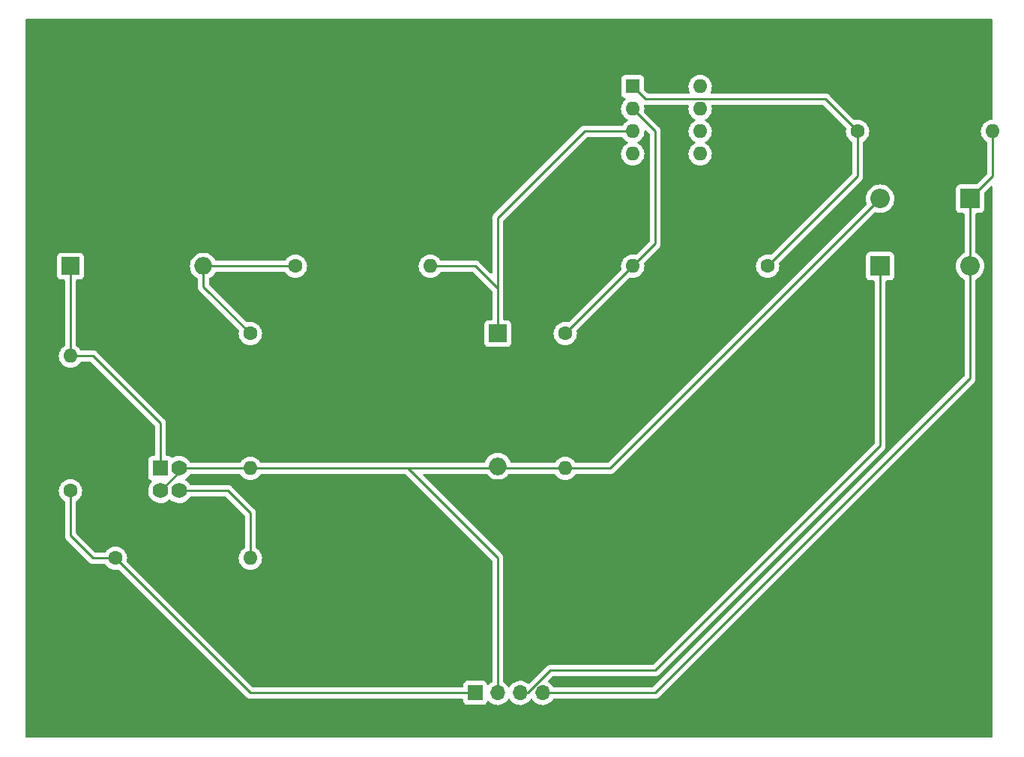
<source format=gbr>
%TF.GenerationSoftware,KiCad,Pcbnew,(6.0.4)*%
%TF.CreationDate,2022-04-14T13:38:33-04:00*%
%TF.ProjectId,pcb,7063622e-6b69-4636-9164-5f7063625858,rev?*%
%TF.SameCoordinates,Original*%
%TF.FileFunction,Copper,L1,Top*%
%TF.FilePolarity,Positive*%
%FSLAX46Y46*%
G04 Gerber Fmt 4.6, Leading zero omitted, Abs format (unit mm)*
G04 Created by KiCad (PCBNEW (6.0.4)) date 2022-04-14 13:38:33*
%MOMM*%
%LPD*%
G01*
G04 APERTURE LIST*
%TA.AperFunction,ComponentPad*%
%ADD10C,1.760000*%
%TD*%
%TA.AperFunction,ComponentPad*%
%ADD11R,1.750000X1.750000*%
%TD*%
%TA.AperFunction,ComponentPad*%
%ADD12C,1.600000*%
%TD*%
%TA.AperFunction,ComponentPad*%
%ADD13O,1.600000X1.600000*%
%TD*%
%TA.AperFunction,ComponentPad*%
%ADD14R,1.700000X1.700000*%
%TD*%
%TA.AperFunction,ComponentPad*%
%ADD15O,1.700000X1.700000*%
%TD*%
%TA.AperFunction,ComponentPad*%
%ADD16O,2.200000X2.200000*%
%TD*%
%TA.AperFunction,ComponentPad*%
%ADD17R,2.200000X2.200000*%
%TD*%
%TA.AperFunction,ComponentPad*%
%ADD18R,1.600000X1.600000*%
%TD*%
%TA.AperFunction,ComponentPad*%
%ADD19R,2.000000X2.000000*%
%TD*%
%TA.AperFunction,ComponentPad*%
%ADD20O,2.000000X2.000000*%
%TD*%
%TA.AperFunction,Conductor*%
%ADD21C,0.250000*%
%TD*%
G04 APERTURE END LIST*
D10*
%TO.P,U2,2*%
%TO.N,Net-(CL1-Pad2)*%
X147320000Y-93980000D03*
%TO.P,U2,3*%
%TO.N,Net-(Rf1-Pad2)*%
X149430000Y-93980000D03*
%TO.P,U2,4*%
%TO.N,Net-(CL1-Pad2)*%
X149430000Y-91440000D03*
D11*
%TO.P,U2,1*%
%TO.N,Net-(CH1-Pad1)*%
X147320000Y-91440000D03*
%TD*%
D12*
%TO.P,Rl1,1*%
%TO.N,Net-(J1-Pad1)*%
X137160000Y-93980000D03*
D13*
%TO.P,Rl1,2*%
%TO.N,Net-(CH1-Pad1)*%
X137160000Y-78740000D03*
%TD*%
D12*
%TO.P,Rf1,1*%
%TO.N,Net-(J1-Pad1)*%
X142240000Y-101600000D03*
D13*
%TO.P,Rf1,2*%
%TO.N,Net-(Rf1-Pad2)*%
X157480000Y-101600000D03*
%TD*%
D14*
%TO.P,J1,5V,Pin_1*%
%TO.N,Net-(J1-Pad1)*%
X182880000Y-116840000D03*
D15*
%TO.P,J1,GND,Pin_2*%
%TO.N,Net-(CL1-Pad2)*%
X185420000Y-116840000D03*
%TO.P,J1,3.3V,Pin_3*%
%TO.N,Net-(D1-Pad1)*%
X187960000Y-116840000D03*
%TO.P,J1,Out,Pin_4*%
%TO.N,Net-(D1-Pad2)*%
X190500000Y-116840000D03*
%TD*%
D16*
%TO.P,D2,2,A*%
%TO.N,Net-(CL1-Pad2)*%
X228600000Y-60960000D03*
D17*
%TO.P,D2,1,K*%
%TO.N,Net-(D1-Pad2)*%
X238760000Y-60960000D03*
%TD*%
D18*
%TO.P,U1,1*%
%TO.N,Net-(R3-Pad1)*%
X200660000Y-48260000D03*
D13*
%TO.P,U1,2,-*%
%TO.N,Net-(R3-Pad2)*%
X200660000Y-50800000D03*
%TO.P,U1,3,+*%
%TO.N,Net-(CL1-Pad1)*%
X200660000Y-53340000D03*
%TO.P,U1,4*%
%TO.N,N/C*%
X200660000Y-55880000D03*
%TO.P,U1,5*%
X208280000Y-55880000D03*
%TO.P,U1,6*%
X208280000Y-53340000D03*
%TO.P,U1,7*%
X208280000Y-50800000D03*
%TO.P,U1,8*%
X208280000Y-48260000D03*
%TD*%
D12*
%TO.P,R5,1*%
%TO.N,Net-(R3-Pad1)*%
X226060000Y-53340000D03*
D13*
%TO.P,R5,2*%
%TO.N,Net-(D1-Pad2)*%
X241300000Y-53340000D03*
%TD*%
D12*
%TO.P,R4,1*%
%TO.N,Net-(R3-Pad2)*%
X193040000Y-76200000D03*
D13*
%TO.P,R4,2*%
%TO.N,Net-(CL1-Pad2)*%
X193040000Y-91440000D03*
%TD*%
D12*
%TO.P,R3,1*%
%TO.N,Net-(R3-Pad1)*%
X215900000Y-68580000D03*
D13*
%TO.P,R3,2*%
%TO.N,Net-(R3-Pad2)*%
X200660000Y-68580000D03*
%TD*%
D12*
%TO.P,R2,1*%
%TO.N,Net-(CH1-Pad2)*%
X162560000Y-68580000D03*
D13*
%TO.P,R2,2*%
%TO.N,Net-(CL1-Pad1)*%
X177800000Y-68580000D03*
%TD*%
D12*
%TO.P,R1,1*%
%TO.N,Net-(CH1-Pad2)*%
X157480000Y-76200000D03*
D13*
%TO.P,R1,2*%
%TO.N,Net-(CL1-Pad2)*%
X157480000Y-91440000D03*
%TD*%
D19*
%TO.P,CL1,1*%
%TO.N,Net-(CL1-Pad1)*%
X185420000Y-76200000D03*
D20*
%TO.P,CL1,2*%
%TO.N,Net-(CL1-Pad2)*%
X185420000Y-91200000D03*
%TD*%
D19*
%TO.P,CH1,1*%
%TO.N,Net-(CH1-Pad1)*%
X137160000Y-68580000D03*
D20*
%TO.P,CH1,2*%
%TO.N,Net-(CH1-Pad2)*%
X152160000Y-68580000D03*
%TD*%
D17*
%TO.P,D1,1,K*%
%TO.N,Net-(D1-Pad1)*%
X228600000Y-68580000D03*
D16*
%TO.P,D1,2,A*%
%TO.N,Net-(D1-Pad2)*%
X238760000Y-68580000D03*
%TD*%
D21*
%TO.N,Net-(J1-Pad1)*%
X142240000Y-101600000D02*
X157480000Y-116840000D01*
X157480000Y-116840000D02*
X182880000Y-116840000D01*
%TO.N,Net-(CH1-Pad1)*%
X137160000Y-68580000D02*
X137160000Y-78740000D01*
%TO.N,Net-(CL1-Pad2)*%
X147320000Y-93980000D02*
X149430000Y-91870000D01*
X149430000Y-91870000D02*
X149430000Y-91440000D01*
X149430000Y-91440000D02*
X157480000Y-91440000D01*
%TO.N,Net-(CH1-Pad1)*%
X137160000Y-78740000D02*
X139700000Y-78740000D01*
X139700000Y-78740000D02*
X147320000Y-86360000D01*
X147320000Y-86360000D02*
X147320000Y-91440000D01*
%TO.N,Net-(J1-Pad1)*%
X137160000Y-99060000D02*
X139700000Y-101600000D01*
X137160000Y-93980000D02*
X137160000Y-99060000D01*
X139700000Y-101600000D02*
X142240000Y-101600000D01*
%TO.N,Net-(Rf1-Pad2)*%
X154940000Y-93980000D02*
X157480000Y-96520000D01*
X149430000Y-93980000D02*
X154940000Y-93980000D01*
X157480000Y-96520000D02*
X157480000Y-101600000D01*
%TO.N,Net-(D1-Pad1)*%
X228600000Y-68580000D02*
X228600000Y-88900000D01*
%TO.N,Net-(CL1-Pad2)*%
X228600000Y-60960000D02*
X198120000Y-91440000D01*
X198120000Y-91440000D02*
X193040000Y-91440000D01*
%TO.N,Net-(D1-Pad2)*%
X238760000Y-68580000D02*
X238760000Y-81280000D01*
X238760000Y-60960000D02*
X238760000Y-68580000D01*
X238760000Y-60960000D02*
X241300000Y-58420000D01*
X241300000Y-58420000D02*
X241300000Y-53340000D01*
%TO.N,Net-(CL1-Pad1)*%
X185420000Y-63155260D02*
X195235260Y-53340000D01*
X195235260Y-53340000D02*
X200660000Y-53340000D01*
%TO.N,Net-(R3-Pad2)*%
X203200000Y-53340000D02*
X203200000Y-66040000D01*
X200660000Y-50800000D02*
X203200000Y-53340000D01*
X203200000Y-66040000D02*
X200660000Y-68580000D01*
%TO.N,Net-(R3-Pad1)*%
X226060000Y-53340000D02*
X222395489Y-49675489D01*
X222395489Y-49675489D02*
X202075489Y-49675489D01*
X202075489Y-49675489D02*
X200660000Y-48260000D01*
%TO.N,Net-(CL1-Pad1)*%
X185420000Y-71120000D02*
X185420000Y-63155260D01*
%TO.N,Net-(D1-Pad1)*%
X228600000Y-88900000D02*
X203200000Y-114300000D01*
X188838990Y-116840000D02*
X187960000Y-116840000D01*
X203200000Y-114300000D02*
X191378990Y-114300000D01*
X191378990Y-114300000D02*
X188838990Y-116840000D01*
%TO.N,Net-(CL1-Pad2)*%
X193040000Y-91440000D02*
X185660000Y-91440000D01*
X185660000Y-91440000D02*
X185420000Y-91200000D01*
%TO.N,Net-(D1-Pad2)*%
X205740000Y-114300000D02*
X203200000Y-116840000D01*
X203200000Y-116840000D02*
X190500000Y-116840000D01*
X238760000Y-81280000D02*
X205740000Y-114300000D01*
%TO.N,Net-(R3-Pad2)*%
X200660000Y-68580000D02*
X193040000Y-76200000D01*
%TO.N,Net-(R3-Pad1)*%
X226060000Y-53340000D02*
X226060000Y-58420000D01*
X226060000Y-58420000D02*
X215900000Y-68580000D01*
%TO.N,Net-(CL1-Pad1)*%
X182880000Y-68580000D02*
X185420000Y-71120000D01*
X177800000Y-68580000D02*
X182880000Y-68580000D01*
X185420000Y-71120000D02*
X185420000Y-76200000D01*
%TO.N,Net-(CH1-Pad2)*%
X152160000Y-68580000D02*
X152160000Y-70880000D01*
X152160000Y-70880000D02*
X157480000Y-76200000D01*
X152160000Y-68580000D02*
X162560000Y-68580000D01*
%TO.N,Net-(CL1-Pad2)*%
X185420000Y-101600000D02*
X185420000Y-116840000D01*
X157480000Y-91440000D02*
X175260000Y-91440000D01*
X175260000Y-91440000D02*
X185420000Y-101600000D01*
X157480000Y-91440000D02*
X185180000Y-91440000D01*
X185180000Y-91440000D02*
X185420000Y-91200000D01*
%TD*%
%TA.AperFunction,NonConductor*%
G36*
X241242121Y-40660002D02*
G01*
X241288614Y-40713658D01*
X241300000Y-40766000D01*
X241300000Y-51911044D01*
X241279998Y-51979165D01*
X241226342Y-52025658D01*
X241184982Y-52036565D01*
X241158533Y-52038879D01*
X241077394Y-52045977D01*
X241077389Y-52045978D01*
X241071913Y-52046457D01*
X241066600Y-52047881D01*
X241066598Y-52047881D01*
X240856067Y-52104293D01*
X240856065Y-52104294D01*
X240850757Y-52105716D01*
X240845776Y-52108039D01*
X240845775Y-52108039D01*
X240648238Y-52200151D01*
X240648233Y-52200154D01*
X240643251Y-52202477D01*
X240538389Y-52275902D01*
X240460211Y-52330643D01*
X240460208Y-52330645D01*
X240455700Y-52333802D01*
X240293802Y-52495700D01*
X240162477Y-52683251D01*
X240160154Y-52688233D01*
X240160151Y-52688238D01*
X240075456Y-52869869D01*
X240065716Y-52890757D01*
X240064294Y-52896065D01*
X240064293Y-52896067D01*
X240007883Y-53106591D01*
X240006457Y-53111913D01*
X239986502Y-53340000D01*
X240006457Y-53568087D01*
X240007881Y-53573400D01*
X240007881Y-53573402D01*
X240029637Y-53654594D01*
X240065716Y-53789243D01*
X240068039Y-53794224D01*
X240068039Y-53794225D01*
X240160151Y-53991762D01*
X240160154Y-53991767D01*
X240162477Y-53996749D01*
X240293802Y-54184300D01*
X240455700Y-54346198D01*
X240460208Y-54349355D01*
X240460211Y-54349357D01*
X240612771Y-54456181D01*
X240657099Y-54511638D01*
X240666500Y-54559394D01*
X240666500Y-58105405D01*
X240646498Y-58173526D01*
X240629595Y-58194500D01*
X239509500Y-59314595D01*
X239447188Y-59348621D01*
X239420405Y-59351500D01*
X237611866Y-59351500D01*
X237549684Y-59358255D01*
X237413295Y-59409385D01*
X237296739Y-59496739D01*
X237209385Y-59613295D01*
X237158255Y-59749684D01*
X237151500Y-59811866D01*
X237151500Y-62108134D01*
X237158255Y-62170316D01*
X237209385Y-62306705D01*
X237296739Y-62423261D01*
X237413295Y-62510615D01*
X237549684Y-62561745D01*
X237611866Y-62568500D01*
X238000500Y-62568500D01*
X238068621Y-62588502D01*
X238115114Y-62642158D01*
X238126500Y-62694500D01*
X238126500Y-67017185D01*
X238106498Y-67085306D01*
X238048720Y-67133593D01*
X238033881Y-67139740D01*
X238027498Y-67142384D01*
X237811624Y-67274672D01*
X237619102Y-67439102D01*
X237454672Y-67631624D01*
X237322384Y-67847498D01*
X237320491Y-67852068D01*
X237320489Y-67852072D01*
X237256066Y-68007604D01*
X237225495Y-68081409D01*
X237215026Y-68125016D01*
X237192657Y-68218192D01*
X237166391Y-68327597D01*
X237146526Y-68580000D01*
X237166391Y-68832403D01*
X237225495Y-69078591D01*
X237227388Y-69083162D01*
X237227389Y-69083164D01*
X237301627Y-69262389D01*
X237322384Y-69312502D01*
X237454672Y-69528376D01*
X237619102Y-69720898D01*
X237811624Y-69885328D01*
X238027498Y-70017616D01*
X238032073Y-70019511D01*
X238032075Y-70019512D01*
X238048720Y-70026407D01*
X238104000Y-70070956D01*
X238126500Y-70142815D01*
X238126500Y-80965406D01*
X238106498Y-81033527D01*
X238089595Y-81054501D01*
X205348637Y-113795458D01*
X202974500Y-116169595D01*
X202912188Y-116203621D01*
X202885405Y-116206500D01*
X191776805Y-116206500D01*
X191708684Y-116186498D01*
X191671013Y-116148940D01*
X191582822Y-116012617D01*
X191582820Y-116012614D01*
X191580014Y-116008277D01*
X191429670Y-115843051D01*
X191425619Y-115839852D01*
X191425615Y-115839848D01*
X191258414Y-115707800D01*
X191258410Y-115707798D01*
X191254359Y-115704598D01*
X191153549Y-115648948D01*
X191103580Y-115598516D01*
X191088808Y-115529073D01*
X191113924Y-115462668D01*
X191125349Y-115449545D01*
X191604489Y-114970405D01*
X191666801Y-114936379D01*
X191693584Y-114933500D01*
X203121233Y-114933500D01*
X203132416Y-114934027D01*
X203139909Y-114935702D01*
X203147835Y-114935453D01*
X203147836Y-114935453D01*
X203207986Y-114933562D01*
X203211945Y-114933500D01*
X203239856Y-114933500D01*
X203243791Y-114933003D01*
X203243856Y-114932995D01*
X203255693Y-114932062D01*
X203287951Y-114931048D01*
X203291970Y-114930922D01*
X203299889Y-114930673D01*
X203319343Y-114925021D01*
X203338700Y-114921013D01*
X203350930Y-114919468D01*
X203350931Y-114919468D01*
X203358797Y-114918474D01*
X203366168Y-114915555D01*
X203366170Y-114915555D01*
X203399912Y-114902196D01*
X203411142Y-114898351D01*
X203445983Y-114888229D01*
X203445984Y-114888229D01*
X203453593Y-114886018D01*
X203460412Y-114881985D01*
X203460417Y-114881983D01*
X203471028Y-114875707D01*
X203488776Y-114867012D01*
X203507617Y-114859552D01*
X203543387Y-114833564D01*
X203553307Y-114827048D01*
X203584535Y-114808580D01*
X203584538Y-114808578D01*
X203591362Y-114804542D01*
X203605683Y-114790221D01*
X203620717Y-114777380D01*
X203630694Y-114770131D01*
X203637107Y-114765472D01*
X203665298Y-114731395D01*
X203673288Y-114722616D01*
X228992247Y-89403657D01*
X229000537Y-89396113D01*
X229007018Y-89392000D01*
X229053659Y-89342332D01*
X229056413Y-89339491D01*
X229076134Y-89319770D01*
X229078612Y-89316575D01*
X229086318Y-89307553D01*
X229111158Y-89281101D01*
X229116586Y-89275321D01*
X229126346Y-89257568D01*
X229137199Y-89241045D01*
X229144753Y-89231306D01*
X229149613Y-89225041D01*
X229167176Y-89184457D01*
X229172383Y-89173827D01*
X229193695Y-89135060D01*
X229195666Y-89127383D01*
X229195668Y-89127378D01*
X229198732Y-89115442D01*
X229205138Y-89096730D01*
X229210034Y-89085417D01*
X229213181Y-89078145D01*
X229220097Y-89034481D01*
X229222504Y-89022860D01*
X229231528Y-88987711D01*
X229231528Y-88987710D01*
X229233500Y-88980030D01*
X229233500Y-88959769D01*
X229235051Y-88940058D01*
X229236979Y-88927885D01*
X229238219Y-88920057D01*
X229234059Y-88876046D01*
X229233500Y-88864189D01*
X229233500Y-70314500D01*
X229253502Y-70246379D01*
X229307158Y-70199886D01*
X229359500Y-70188500D01*
X229748134Y-70188500D01*
X229810316Y-70181745D01*
X229946705Y-70130615D01*
X230063261Y-70043261D01*
X230150615Y-69926705D01*
X230201745Y-69790316D01*
X230208500Y-69728134D01*
X230208500Y-67431866D01*
X230201745Y-67369684D01*
X230150615Y-67233295D01*
X230063261Y-67116739D01*
X229946705Y-67029385D01*
X229810316Y-66978255D01*
X229748134Y-66971500D01*
X227451866Y-66971500D01*
X227389684Y-66978255D01*
X227253295Y-67029385D01*
X227136739Y-67116739D01*
X227049385Y-67233295D01*
X226998255Y-67369684D01*
X226991500Y-67431866D01*
X226991500Y-69728134D01*
X226998255Y-69790316D01*
X227049385Y-69926705D01*
X227136739Y-70043261D01*
X227253295Y-70130615D01*
X227389684Y-70181745D01*
X227451866Y-70188500D01*
X227840500Y-70188500D01*
X227908621Y-70208502D01*
X227955114Y-70262158D01*
X227966500Y-70314500D01*
X227966500Y-88585405D01*
X227946498Y-88653526D01*
X227929595Y-88674500D01*
X202974500Y-113629595D01*
X202912188Y-113663621D01*
X202885405Y-113666500D01*
X191457753Y-113666500D01*
X191446569Y-113665973D01*
X191439081Y-113664299D01*
X191431158Y-113664548D01*
X191371023Y-113666438D01*
X191367065Y-113666500D01*
X191339134Y-113666500D01*
X191335219Y-113666995D01*
X191335215Y-113666995D01*
X191335157Y-113667003D01*
X191335128Y-113667006D01*
X191323286Y-113667939D01*
X191279100Y-113669327D01*
X191261734Y-113674372D01*
X191259648Y-113674978D01*
X191240296Y-113678986D01*
X191228058Y-113680532D01*
X191228056Y-113680533D01*
X191220193Y-113681526D01*
X191179076Y-113697806D01*
X191167875Y-113701641D01*
X191125396Y-113713982D01*
X191118577Y-113718015D01*
X191118572Y-113718017D01*
X191107961Y-113724293D01*
X191090211Y-113732990D01*
X191071373Y-113740448D01*
X191064957Y-113745109D01*
X191064956Y-113745110D01*
X191035615Y-113766428D01*
X191025691Y-113772947D01*
X190994450Y-113791422D01*
X190994445Y-113791426D01*
X190987627Y-113795458D01*
X190973303Y-113809782D01*
X190958271Y-113822621D01*
X190941883Y-113834528D01*
X190913702Y-113868593D01*
X190905712Y-113877373D01*
X188997052Y-115786033D01*
X188934740Y-115820059D01*
X188863925Y-115814994D01*
X188829864Y-115795819D01*
X188718415Y-115707801D01*
X188718413Y-115707800D01*
X188714359Y-115704598D01*
X188709831Y-115702098D01*
X188657945Y-115673456D01*
X188518789Y-115596638D01*
X188513920Y-115594914D01*
X188513916Y-115594912D01*
X188313087Y-115523795D01*
X188313083Y-115523794D01*
X188308212Y-115522069D01*
X188303119Y-115521162D01*
X188303116Y-115521161D01*
X188093373Y-115483800D01*
X188093367Y-115483799D01*
X188088284Y-115482894D01*
X188014452Y-115481992D01*
X187870081Y-115480228D01*
X187870079Y-115480228D01*
X187864911Y-115480165D01*
X187644091Y-115513955D01*
X187431756Y-115583357D01*
X187402636Y-115598516D01*
X187257975Y-115673822D01*
X187233607Y-115686507D01*
X187229474Y-115689610D01*
X187229471Y-115689612D01*
X187062478Y-115814994D01*
X187054965Y-115820635D01*
X187051393Y-115824373D01*
X186943729Y-115937037D01*
X186900629Y-115982138D01*
X186793201Y-116139621D01*
X186738293Y-116184621D01*
X186667768Y-116192792D01*
X186604021Y-116161538D01*
X186583324Y-116137054D01*
X186502822Y-116012617D01*
X186502820Y-116012614D01*
X186500014Y-116008277D01*
X186349670Y-115843051D01*
X186345619Y-115839852D01*
X186345615Y-115839848D01*
X186178414Y-115707800D01*
X186178410Y-115707798D01*
X186174359Y-115704598D01*
X186169835Y-115702101D01*
X186169831Y-115702098D01*
X186118608Y-115673822D01*
X186068636Y-115623390D01*
X186053500Y-115563513D01*
X186053500Y-101678767D01*
X186054027Y-101667584D01*
X186055702Y-101660091D01*
X186053986Y-101605475D01*
X186053562Y-101592001D01*
X186053500Y-101588043D01*
X186053500Y-101560144D01*
X186052996Y-101556153D01*
X186052063Y-101544311D01*
X186050923Y-101508036D01*
X186050674Y-101500111D01*
X186048462Y-101492497D01*
X186048461Y-101492492D01*
X186045023Y-101480659D01*
X186041012Y-101461295D01*
X186039467Y-101449064D01*
X186038474Y-101441203D01*
X186035557Y-101433836D01*
X186035556Y-101433831D01*
X186022198Y-101400092D01*
X186018354Y-101388865D01*
X186015021Y-101377393D01*
X186006018Y-101346407D01*
X185995707Y-101328972D01*
X185987012Y-101311224D01*
X185979552Y-101292383D01*
X185953564Y-101256613D01*
X185947048Y-101246693D01*
X185928580Y-101215465D01*
X185928578Y-101215462D01*
X185924542Y-101208638D01*
X185910221Y-101194317D01*
X185897380Y-101179283D01*
X185890131Y-101169306D01*
X185885472Y-101162893D01*
X185851395Y-101134702D01*
X185842616Y-101126712D01*
X177004500Y-92288595D01*
X176970474Y-92226283D01*
X176975539Y-92155468D01*
X177018086Y-92098632D01*
X177084606Y-92073821D01*
X177093595Y-92073500D01*
X184124143Y-92073500D01*
X184192264Y-92093502D01*
X184219954Y-92117669D01*
X184346823Y-92266213D01*
X184350031Y-92269969D01*
X184530584Y-92424176D01*
X184534792Y-92426755D01*
X184534798Y-92426759D01*
X184661115Y-92504166D01*
X184733037Y-92548240D01*
X184737607Y-92550133D01*
X184737611Y-92550135D01*
X184946730Y-92636754D01*
X184952406Y-92639105D01*
X185032609Y-92658360D01*
X185178476Y-92693380D01*
X185178482Y-92693381D01*
X185183289Y-92694535D01*
X185420000Y-92713165D01*
X185656711Y-92694535D01*
X185661518Y-92693381D01*
X185661524Y-92693380D01*
X185807391Y-92658360D01*
X185887594Y-92639105D01*
X185893270Y-92636754D01*
X186102389Y-92550135D01*
X186102393Y-92550133D01*
X186106963Y-92548240D01*
X186178885Y-92504166D01*
X186305202Y-92426759D01*
X186305208Y-92426755D01*
X186309416Y-92424176D01*
X186489969Y-92269969D01*
X186493177Y-92266213D01*
X186620046Y-92117669D01*
X186679497Y-92078860D01*
X186715857Y-92073500D01*
X191820606Y-92073500D01*
X191888727Y-92093502D01*
X191923819Y-92127229D01*
X192030643Y-92279789D01*
X192033802Y-92284300D01*
X192195700Y-92446198D01*
X192200208Y-92449355D01*
X192200211Y-92449357D01*
X192273282Y-92500522D01*
X192383251Y-92577523D01*
X192388233Y-92579846D01*
X192388238Y-92579849D01*
X192583888Y-92671081D01*
X192590757Y-92674284D01*
X192596065Y-92675706D01*
X192596067Y-92675707D01*
X192806598Y-92732119D01*
X192806600Y-92732119D01*
X192811913Y-92733543D01*
X193040000Y-92753498D01*
X193268087Y-92733543D01*
X193273400Y-92732119D01*
X193273402Y-92732119D01*
X193483933Y-92675707D01*
X193483935Y-92675706D01*
X193489243Y-92674284D01*
X193496112Y-92671081D01*
X193691762Y-92579849D01*
X193691767Y-92579846D01*
X193696749Y-92577523D01*
X193806718Y-92500522D01*
X193879789Y-92449357D01*
X193879792Y-92449355D01*
X193884300Y-92446198D01*
X194046198Y-92284300D01*
X194049357Y-92279789D01*
X194156181Y-92127229D01*
X194211638Y-92082901D01*
X194259394Y-92073500D01*
X198041233Y-92073500D01*
X198052416Y-92074027D01*
X198059909Y-92075702D01*
X198067835Y-92075453D01*
X198067836Y-92075453D01*
X198127986Y-92073562D01*
X198131945Y-92073500D01*
X198159856Y-92073500D01*
X198163791Y-92073003D01*
X198163856Y-92072995D01*
X198175693Y-92072062D01*
X198207951Y-92071048D01*
X198211970Y-92070922D01*
X198219889Y-92070673D01*
X198239343Y-92065021D01*
X198258700Y-92061013D01*
X198270930Y-92059468D01*
X198270931Y-92059468D01*
X198278797Y-92058474D01*
X198286168Y-92055555D01*
X198286170Y-92055555D01*
X198319912Y-92042196D01*
X198331142Y-92038351D01*
X198365983Y-92028229D01*
X198365984Y-92028229D01*
X198373593Y-92026018D01*
X198380412Y-92021985D01*
X198380417Y-92021983D01*
X198391028Y-92015707D01*
X198408776Y-92007012D01*
X198427617Y-91999552D01*
X198463387Y-91973564D01*
X198473307Y-91967048D01*
X198504535Y-91948580D01*
X198504538Y-91948578D01*
X198511362Y-91944542D01*
X198525683Y-91930221D01*
X198540717Y-91917380D01*
X198550694Y-91910131D01*
X198557107Y-91905472D01*
X198585298Y-91871395D01*
X198593288Y-91862616D01*
X227942875Y-62513029D01*
X228005187Y-62479003D01*
X228080188Y-62485715D01*
X228101409Y-62494505D01*
X228168513Y-62510615D01*
X228342784Y-62552454D01*
X228342790Y-62552455D01*
X228347597Y-62553609D01*
X228600000Y-62573474D01*
X228852403Y-62553609D01*
X228857210Y-62552455D01*
X228857216Y-62552454D01*
X229031487Y-62510615D01*
X229098591Y-62494505D01*
X229119812Y-62485715D01*
X229327928Y-62399511D01*
X229327932Y-62399509D01*
X229332502Y-62397616D01*
X229548376Y-62265328D01*
X229740898Y-62100898D01*
X229905328Y-61908376D01*
X230037616Y-61692502D01*
X230093498Y-61557592D01*
X230132611Y-61463164D01*
X230132612Y-61463162D01*
X230134505Y-61458591D01*
X230193609Y-61212403D01*
X230213474Y-60960000D01*
X230193609Y-60707597D01*
X230134505Y-60461409D01*
X230067479Y-60299594D01*
X230039511Y-60232072D01*
X230039509Y-60232068D01*
X230037616Y-60227498D01*
X229905328Y-60011624D01*
X229740898Y-59819102D01*
X229548376Y-59654672D01*
X229332502Y-59522384D01*
X229327932Y-59520491D01*
X229327928Y-59520489D01*
X229103164Y-59427389D01*
X229103162Y-59427388D01*
X229098591Y-59425495D01*
X229013968Y-59405179D01*
X228857216Y-59367546D01*
X228857210Y-59367545D01*
X228852403Y-59366391D01*
X228600000Y-59346526D01*
X228347597Y-59366391D01*
X228342790Y-59367545D01*
X228342784Y-59367546D01*
X228186032Y-59405179D01*
X228101409Y-59425495D01*
X228096838Y-59427388D01*
X228096836Y-59427389D01*
X227872072Y-59520489D01*
X227872068Y-59520491D01*
X227867498Y-59522384D01*
X227651624Y-59654672D01*
X227459102Y-59819102D01*
X227294672Y-60011624D01*
X227162384Y-60227498D01*
X227160491Y-60232068D01*
X227160489Y-60232072D01*
X227132521Y-60299594D01*
X227065495Y-60461409D01*
X227006391Y-60707597D01*
X226986526Y-60960000D01*
X227006391Y-61212403D01*
X227065495Y-61458591D01*
X227067385Y-61463154D01*
X227067388Y-61463163D01*
X227074285Y-61479815D01*
X227081872Y-61550405D01*
X227046970Y-61617125D01*
X197894500Y-90769595D01*
X197832188Y-90803621D01*
X197805405Y-90806500D01*
X194259394Y-90806500D01*
X194191273Y-90786498D01*
X194156181Y-90752771D01*
X194049357Y-90600211D01*
X194049355Y-90600208D01*
X194046198Y-90595700D01*
X193884300Y-90433802D01*
X193879792Y-90430645D01*
X193879789Y-90430643D01*
X193714345Y-90314798D01*
X193696749Y-90302477D01*
X193691767Y-90300154D01*
X193691762Y-90300151D01*
X193494225Y-90208039D01*
X193494224Y-90208039D01*
X193489243Y-90205716D01*
X193483935Y-90204294D01*
X193483933Y-90204293D01*
X193273402Y-90147881D01*
X193273400Y-90147881D01*
X193268087Y-90146457D01*
X193040000Y-90126502D01*
X192811913Y-90146457D01*
X192806600Y-90147881D01*
X192806598Y-90147881D01*
X192596067Y-90204293D01*
X192596065Y-90204294D01*
X192590757Y-90205716D01*
X192585776Y-90208039D01*
X192585775Y-90208039D01*
X192388238Y-90300151D01*
X192388233Y-90300154D01*
X192383251Y-90302477D01*
X192365655Y-90314798D01*
X192200211Y-90430643D01*
X192200208Y-90430645D01*
X192195700Y-90433802D01*
X192033802Y-90595700D01*
X192030645Y-90600208D01*
X192030643Y-90600211D01*
X191923819Y-90752771D01*
X191868362Y-90797099D01*
X191820606Y-90806500D01*
X186973986Y-90806500D01*
X186905865Y-90786498D01*
X186857577Y-90728718D01*
X186770135Y-90517611D01*
X186770133Y-90517607D01*
X186768240Y-90513037D01*
X186722073Y-90437699D01*
X186646759Y-90314798D01*
X186646755Y-90314792D01*
X186644176Y-90310584D01*
X186489969Y-90130031D01*
X186309416Y-89975824D01*
X186305208Y-89973245D01*
X186305202Y-89973241D01*
X186111183Y-89854346D01*
X186106963Y-89851760D01*
X186102393Y-89849867D01*
X186102389Y-89849865D01*
X185892167Y-89762789D01*
X185892165Y-89762788D01*
X185887594Y-89760895D01*
X185807391Y-89741640D01*
X185661524Y-89706620D01*
X185661518Y-89706619D01*
X185656711Y-89705465D01*
X185420000Y-89686835D01*
X185183289Y-89705465D01*
X185178482Y-89706619D01*
X185178476Y-89706620D01*
X185032609Y-89741640D01*
X184952406Y-89760895D01*
X184947835Y-89762788D01*
X184947833Y-89762789D01*
X184737611Y-89849865D01*
X184737607Y-89849867D01*
X184733037Y-89851760D01*
X184728817Y-89854346D01*
X184534798Y-89973241D01*
X184534792Y-89973245D01*
X184530584Y-89975824D01*
X184350031Y-90130031D01*
X184195824Y-90310584D01*
X184193245Y-90314792D01*
X184193241Y-90314798D01*
X184117927Y-90437699D01*
X184071760Y-90513037D01*
X184069867Y-90517607D01*
X184069865Y-90517611D01*
X183982423Y-90728718D01*
X183937875Y-90783999D01*
X183866014Y-90806500D01*
X175319776Y-90806500D01*
X175300065Y-90804949D01*
X175291681Y-90803621D01*
X175280057Y-90801780D01*
X175272165Y-90802526D01*
X175236039Y-90805941D01*
X175224181Y-90806500D01*
X158699394Y-90806500D01*
X158631273Y-90786498D01*
X158596181Y-90752771D01*
X158489357Y-90600211D01*
X158489355Y-90600208D01*
X158486198Y-90595700D01*
X158324300Y-90433802D01*
X158319792Y-90430645D01*
X158319789Y-90430643D01*
X158154345Y-90314798D01*
X158136749Y-90302477D01*
X158131767Y-90300154D01*
X158131762Y-90300151D01*
X157934225Y-90208039D01*
X157934224Y-90208039D01*
X157929243Y-90205716D01*
X157923935Y-90204294D01*
X157923933Y-90204293D01*
X157713402Y-90147881D01*
X157713400Y-90147881D01*
X157708087Y-90146457D01*
X157480000Y-90126502D01*
X157251913Y-90146457D01*
X157246600Y-90147881D01*
X157246598Y-90147881D01*
X157036067Y-90204293D01*
X157036065Y-90204294D01*
X157030757Y-90205716D01*
X157025776Y-90208039D01*
X157025775Y-90208039D01*
X156828238Y-90300151D01*
X156828233Y-90300154D01*
X156823251Y-90302477D01*
X156805655Y-90314798D01*
X156640211Y-90430643D01*
X156640208Y-90430645D01*
X156635700Y-90433802D01*
X156473802Y-90595700D01*
X156470645Y-90600208D01*
X156470643Y-90600211D01*
X156363819Y-90752771D01*
X156308362Y-90797099D01*
X156260606Y-90806500D01*
X150742538Y-90806500D01*
X150674417Y-90786498D01*
X150636746Y-90748940D01*
X150536675Y-90594253D01*
X150536673Y-90594250D01*
X150533865Y-90589910D01*
X150410819Y-90454684D01*
X150383678Y-90424857D01*
X150383676Y-90424856D01*
X150380200Y-90421035D01*
X150376149Y-90417836D01*
X150376145Y-90417832D01*
X150205076Y-90282730D01*
X150201018Y-90279525D01*
X150084619Y-90215269D01*
X150005660Y-90171681D01*
X150005658Y-90171680D01*
X150001129Y-90169180D01*
X149785902Y-90092965D01*
X149734951Y-90083889D01*
X149566205Y-90053830D01*
X149566201Y-90053830D01*
X149561117Y-90052924D01*
X149487744Y-90052028D01*
X149337981Y-90050198D01*
X149337979Y-90050198D01*
X149332811Y-90050135D01*
X149107115Y-90084671D01*
X148890090Y-90155606D01*
X148885502Y-90157994D01*
X148885498Y-90157996D01*
X148721383Y-90243429D01*
X148651723Y-90257142D01*
X148585708Y-90231017D01*
X148570128Y-90215133D01*
X148569992Y-90215269D01*
X148563642Y-90208919D01*
X148558261Y-90201739D01*
X148441705Y-90114385D01*
X148305316Y-90063255D01*
X148243134Y-90056500D01*
X148079500Y-90056500D01*
X148011379Y-90036498D01*
X147964886Y-89982842D01*
X147953500Y-89930500D01*
X147953500Y-86438763D01*
X147954027Y-86427579D01*
X147955701Y-86420091D01*
X147953562Y-86352032D01*
X147953500Y-86348075D01*
X147953500Y-86320144D01*
X147952994Y-86316138D01*
X147952061Y-86304292D01*
X147950922Y-86268037D01*
X147950673Y-86260110D01*
X147945022Y-86240658D01*
X147941014Y-86221306D01*
X147939467Y-86209063D01*
X147938474Y-86201203D01*
X147935556Y-86193832D01*
X147922200Y-86160097D01*
X147918355Y-86148870D01*
X147917721Y-86146687D01*
X147906018Y-86106407D01*
X147901984Y-86099585D01*
X147901981Y-86099579D01*
X147895706Y-86088968D01*
X147887010Y-86071218D01*
X147882472Y-86059756D01*
X147882469Y-86059751D01*
X147879552Y-86052383D01*
X147853573Y-86016625D01*
X147847057Y-86006707D01*
X147828575Y-85975457D01*
X147824542Y-85968637D01*
X147810218Y-85954313D01*
X147797376Y-85939278D01*
X147785472Y-85922893D01*
X147751406Y-85894711D01*
X147742627Y-85886722D01*
X140203652Y-78347747D01*
X140196112Y-78339461D01*
X140192000Y-78332982D01*
X140142348Y-78286356D01*
X140139507Y-78283602D01*
X140119770Y-78263865D01*
X140116573Y-78261385D01*
X140107551Y-78253680D01*
X140081100Y-78228841D01*
X140075321Y-78223414D01*
X140068375Y-78219595D01*
X140068372Y-78219593D01*
X140057566Y-78213652D01*
X140041047Y-78202801D01*
X140040583Y-78202441D01*
X140025041Y-78190386D01*
X140017772Y-78187241D01*
X140017768Y-78187238D01*
X139984463Y-78172826D01*
X139973813Y-78167609D01*
X139935060Y-78146305D01*
X139915437Y-78141267D01*
X139896734Y-78134863D01*
X139885420Y-78129967D01*
X139885419Y-78129967D01*
X139878145Y-78126819D01*
X139870322Y-78125580D01*
X139870312Y-78125577D01*
X139834476Y-78119901D01*
X139822856Y-78117495D01*
X139787711Y-78108472D01*
X139787710Y-78108472D01*
X139780030Y-78106500D01*
X139759776Y-78106500D01*
X139740065Y-78104949D01*
X139727886Y-78103020D01*
X139720057Y-78101780D01*
X139712165Y-78102526D01*
X139676039Y-78105941D01*
X139664181Y-78106500D01*
X138379394Y-78106500D01*
X138311273Y-78086498D01*
X138276181Y-78052771D01*
X138169357Y-77900211D01*
X138169355Y-77900208D01*
X138166198Y-77895700D01*
X138004300Y-77733802D01*
X137999792Y-77730645D01*
X137999789Y-77730643D01*
X137847229Y-77623819D01*
X137802901Y-77568362D01*
X137793500Y-77520606D01*
X137793500Y-70214500D01*
X137813502Y-70146379D01*
X137867158Y-70099886D01*
X137919500Y-70088500D01*
X138208134Y-70088500D01*
X138270316Y-70081745D01*
X138406705Y-70030615D01*
X138523261Y-69943261D01*
X138610615Y-69826705D01*
X138661745Y-69690316D01*
X138668500Y-69628134D01*
X138668500Y-68580000D01*
X150646835Y-68580000D01*
X150665465Y-68816711D01*
X150666619Y-68821518D01*
X150666620Y-68821524D01*
X150701640Y-68967391D01*
X150720895Y-69047594D01*
X150722788Y-69052165D01*
X150722789Y-69052167D01*
X150794807Y-69226034D01*
X150811760Y-69266963D01*
X150814346Y-69271183D01*
X150933241Y-69465202D01*
X150933245Y-69465208D01*
X150935824Y-69469416D01*
X151090031Y-69649969D01*
X151270584Y-69804176D01*
X151274792Y-69806755D01*
X151274798Y-69806759D01*
X151466335Y-69924133D01*
X151513966Y-69976781D01*
X151526500Y-70031566D01*
X151526500Y-70801233D01*
X151525973Y-70812416D01*
X151524298Y-70819909D01*
X151524547Y-70827835D01*
X151524547Y-70827836D01*
X151526438Y-70887986D01*
X151526500Y-70891945D01*
X151526500Y-70919856D01*
X151526997Y-70923790D01*
X151526997Y-70923791D01*
X151527005Y-70923856D01*
X151527938Y-70935693D01*
X151529327Y-70979889D01*
X151534978Y-70999339D01*
X151538987Y-71018700D01*
X151541526Y-71038797D01*
X151544445Y-71046168D01*
X151544445Y-71046170D01*
X151557804Y-71079912D01*
X151561649Y-71091142D01*
X151567145Y-71110060D01*
X151573982Y-71133593D01*
X151578015Y-71140412D01*
X151578017Y-71140417D01*
X151584293Y-71151028D01*
X151592988Y-71168776D01*
X151600448Y-71187617D01*
X151605110Y-71194033D01*
X151605110Y-71194034D01*
X151626436Y-71223387D01*
X151632952Y-71233307D01*
X151655458Y-71271362D01*
X151669779Y-71285683D01*
X151682619Y-71300716D01*
X151694528Y-71317107D01*
X151700634Y-71322158D01*
X151728605Y-71345298D01*
X151737384Y-71353288D01*
X156170848Y-75786752D01*
X156204874Y-75849064D01*
X156203459Y-75908459D01*
X156187882Y-75966591D01*
X156187881Y-75966598D01*
X156186457Y-75971913D01*
X156166502Y-76200000D01*
X156186457Y-76428087D01*
X156245716Y-76649243D01*
X156248039Y-76654224D01*
X156248039Y-76654225D01*
X156340151Y-76851762D01*
X156340154Y-76851767D01*
X156342477Y-76856749D01*
X156473802Y-77044300D01*
X156635700Y-77206198D01*
X156640208Y-77209355D01*
X156640211Y-77209357D01*
X156700442Y-77251531D01*
X156823251Y-77337523D01*
X156828233Y-77339846D01*
X156828238Y-77339849D01*
X157025775Y-77431961D01*
X157030757Y-77434284D01*
X157036065Y-77435706D01*
X157036067Y-77435707D01*
X157246598Y-77492119D01*
X157246600Y-77492119D01*
X157251913Y-77493543D01*
X157480000Y-77513498D01*
X157708087Y-77493543D01*
X157713400Y-77492119D01*
X157713402Y-77492119D01*
X157923933Y-77435707D01*
X157923935Y-77435706D01*
X157929243Y-77434284D01*
X157934225Y-77431961D01*
X158131762Y-77339849D01*
X158131767Y-77339846D01*
X158136749Y-77337523D01*
X158259558Y-77251531D01*
X158319789Y-77209357D01*
X158319792Y-77209355D01*
X158324300Y-77206198D01*
X158486198Y-77044300D01*
X158617523Y-76856749D01*
X158619846Y-76851767D01*
X158619849Y-76851762D01*
X158711961Y-76654225D01*
X158711961Y-76654224D01*
X158714284Y-76649243D01*
X158773543Y-76428087D01*
X158793498Y-76200000D01*
X158773543Y-75971913D01*
X158772117Y-75966591D01*
X158715707Y-75756067D01*
X158715706Y-75756065D01*
X158714284Y-75750757D01*
X158711961Y-75745775D01*
X158619849Y-75548238D01*
X158619846Y-75548233D01*
X158617523Y-75543251D01*
X158486198Y-75355700D01*
X158324300Y-75193802D01*
X158319792Y-75190645D01*
X158319789Y-75190643D01*
X158186824Y-75097540D01*
X158136749Y-75062477D01*
X158131767Y-75060154D01*
X158131762Y-75060151D01*
X157934225Y-74968039D01*
X157934224Y-74968039D01*
X157929243Y-74965716D01*
X157923935Y-74964294D01*
X157923933Y-74964293D01*
X157713402Y-74907881D01*
X157713400Y-74907881D01*
X157708087Y-74906457D01*
X157480000Y-74886502D01*
X157251913Y-74906457D01*
X157246602Y-74907880D01*
X157246591Y-74907882D01*
X157188459Y-74923459D01*
X157117483Y-74921770D01*
X157066752Y-74890848D01*
X152830405Y-70654500D01*
X152796379Y-70592188D01*
X152793500Y-70565405D01*
X152793500Y-70031566D01*
X152813502Y-69963445D01*
X152853665Y-69924133D01*
X153045202Y-69806759D01*
X153045208Y-69806755D01*
X153049416Y-69804176D01*
X153229969Y-69649969D01*
X153384176Y-69469416D01*
X153386755Y-69465208D01*
X153386759Y-69465202D01*
X153504133Y-69273665D01*
X153556781Y-69226034D01*
X153611566Y-69213500D01*
X161340606Y-69213500D01*
X161408727Y-69233502D01*
X161443819Y-69267229D01*
X161523923Y-69381629D01*
X161553802Y-69424300D01*
X161715700Y-69586198D01*
X161720208Y-69589355D01*
X161720211Y-69589357D01*
X161780442Y-69631531D01*
X161903251Y-69717523D01*
X161908233Y-69719846D01*
X161908238Y-69719849D01*
X162059357Y-69790316D01*
X162110757Y-69814284D01*
X162116065Y-69815706D01*
X162116067Y-69815707D01*
X162326598Y-69872119D01*
X162326600Y-69872119D01*
X162331913Y-69873543D01*
X162560000Y-69893498D01*
X162788087Y-69873543D01*
X162793400Y-69872119D01*
X162793402Y-69872119D01*
X163003933Y-69815707D01*
X163003935Y-69815706D01*
X163009243Y-69814284D01*
X163060643Y-69790316D01*
X163211762Y-69719849D01*
X163211767Y-69719846D01*
X163216749Y-69717523D01*
X163339558Y-69631531D01*
X163399789Y-69589357D01*
X163399792Y-69589355D01*
X163404300Y-69586198D01*
X163566198Y-69424300D01*
X163697523Y-69236749D01*
X163699846Y-69231767D01*
X163699849Y-69231762D01*
X163791961Y-69034225D01*
X163791961Y-69034224D01*
X163794284Y-69029243D01*
X163836541Y-68871541D01*
X163852119Y-68813402D01*
X163852120Y-68813398D01*
X163853543Y-68808087D01*
X163873498Y-68580000D01*
X176486502Y-68580000D01*
X176506457Y-68808087D01*
X176507880Y-68813398D01*
X176507881Y-68813402D01*
X176523460Y-68871541D01*
X176565716Y-69029243D01*
X176568039Y-69034224D01*
X176568039Y-69034225D01*
X176660151Y-69231762D01*
X176660154Y-69231767D01*
X176662477Y-69236749D01*
X176793802Y-69424300D01*
X176955700Y-69586198D01*
X176960208Y-69589355D01*
X176960211Y-69589357D01*
X177020442Y-69631531D01*
X177143251Y-69717523D01*
X177148233Y-69719846D01*
X177148238Y-69719849D01*
X177299357Y-69790316D01*
X177350757Y-69814284D01*
X177356065Y-69815706D01*
X177356067Y-69815707D01*
X177566598Y-69872119D01*
X177566600Y-69872119D01*
X177571913Y-69873543D01*
X177800000Y-69893498D01*
X178028087Y-69873543D01*
X178033400Y-69872119D01*
X178033402Y-69872119D01*
X178243933Y-69815707D01*
X178243935Y-69815706D01*
X178249243Y-69814284D01*
X178300643Y-69790316D01*
X178451762Y-69719849D01*
X178451767Y-69719846D01*
X178456749Y-69717523D01*
X178579558Y-69631531D01*
X178639789Y-69589357D01*
X178639792Y-69589355D01*
X178644300Y-69586198D01*
X178806198Y-69424300D01*
X178836077Y-69381629D01*
X178916181Y-69267229D01*
X178971638Y-69222901D01*
X179019394Y-69213500D01*
X182565406Y-69213500D01*
X182633527Y-69233502D01*
X182654501Y-69250405D01*
X184749595Y-71345499D01*
X184783621Y-71407811D01*
X184786500Y-71434594D01*
X184786500Y-74565500D01*
X184766498Y-74633621D01*
X184712842Y-74680114D01*
X184660500Y-74691500D01*
X184371866Y-74691500D01*
X184309684Y-74698255D01*
X184173295Y-74749385D01*
X184056739Y-74836739D01*
X183969385Y-74953295D01*
X183918255Y-75089684D01*
X183911500Y-75151866D01*
X183911500Y-77248134D01*
X183918255Y-77310316D01*
X183969385Y-77446705D01*
X184056739Y-77563261D01*
X184173295Y-77650615D01*
X184309684Y-77701745D01*
X184371866Y-77708500D01*
X186468134Y-77708500D01*
X186530316Y-77701745D01*
X186666705Y-77650615D01*
X186783261Y-77563261D01*
X186870615Y-77446705D01*
X186921745Y-77310316D01*
X186928500Y-77248134D01*
X186928500Y-75151866D01*
X186921745Y-75089684D01*
X186870615Y-74953295D01*
X186783261Y-74836739D01*
X186666705Y-74749385D01*
X186530316Y-74698255D01*
X186468134Y-74691500D01*
X186179500Y-74691500D01*
X186111379Y-74671498D01*
X186064886Y-74617842D01*
X186053500Y-74565500D01*
X186053500Y-71198763D01*
X186054027Y-71187579D01*
X186055701Y-71180091D01*
X186053562Y-71112032D01*
X186053500Y-71108075D01*
X186053500Y-63469854D01*
X186073502Y-63401733D01*
X186090405Y-63380759D01*
X195460760Y-54010405D01*
X195523072Y-53976379D01*
X195549855Y-53973500D01*
X199440606Y-53973500D01*
X199508727Y-53993502D01*
X199543819Y-54027229D01*
X199653802Y-54184300D01*
X199815700Y-54346198D01*
X199820208Y-54349355D01*
X199820211Y-54349357D01*
X199898389Y-54404098D01*
X200003251Y-54477523D01*
X200008233Y-54479846D01*
X200008238Y-54479849D01*
X200042457Y-54495805D01*
X200095742Y-54542722D01*
X200115203Y-54610999D01*
X200094661Y-54678959D01*
X200042457Y-54724195D01*
X200008238Y-54740151D01*
X200008233Y-54740154D01*
X200003251Y-54742477D01*
X199898389Y-54815902D01*
X199820211Y-54870643D01*
X199820208Y-54870645D01*
X199815700Y-54873802D01*
X199653802Y-55035700D01*
X199522477Y-55223251D01*
X199520154Y-55228233D01*
X199520151Y-55228238D01*
X199428039Y-55425775D01*
X199425716Y-55430757D01*
X199366457Y-55651913D01*
X199346502Y-55880000D01*
X199366457Y-56108087D01*
X199425716Y-56329243D01*
X199428039Y-56334224D01*
X199428039Y-56334225D01*
X199520151Y-56531762D01*
X199520154Y-56531767D01*
X199522477Y-56536749D01*
X199653802Y-56724300D01*
X199815700Y-56886198D01*
X199820208Y-56889355D01*
X199820211Y-56889357D01*
X199898389Y-56944098D01*
X200003251Y-57017523D01*
X200008233Y-57019846D01*
X200008238Y-57019849D01*
X200205775Y-57111961D01*
X200210757Y-57114284D01*
X200216065Y-57115706D01*
X200216067Y-57115707D01*
X200426598Y-57172119D01*
X200426600Y-57172119D01*
X200431913Y-57173543D01*
X200660000Y-57193498D01*
X200888087Y-57173543D01*
X200893400Y-57172119D01*
X200893402Y-57172119D01*
X201103933Y-57115707D01*
X201103935Y-57115706D01*
X201109243Y-57114284D01*
X201114225Y-57111961D01*
X201311762Y-57019849D01*
X201311767Y-57019846D01*
X201316749Y-57017523D01*
X201421611Y-56944098D01*
X201499789Y-56889357D01*
X201499792Y-56889355D01*
X201504300Y-56886198D01*
X201666198Y-56724300D01*
X201797523Y-56536749D01*
X201799846Y-56531767D01*
X201799849Y-56531762D01*
X201891961Y-56334225D01*
X201891961Y-56334224D01*
X201894284Y-56329243D01*
X201953543Y-56108087D01*
X201973498Y-55880000D01*
X201953543Y-55651913D01*
X201894284Y-55430757D01*
X201891961Y-55425775D01*
X201799849Y-55228238D01*
X201799846Y-55228233D01*
X201797523Y-55223251D01*
X201666198Y-55035700D01*
X201504300Y-54873802D01*
X201499792Y-54870645D01*
X201499789Y-54870643D01*
X201421611Y-54815902D01*
X201316749Y-54742477D01*
X201311767Y-54740154D01*
X201311762Y-54740151D01*
X201277543Y-54724195D01*
X201224258Y-54677278D01*
X201204797Y-54609001D01*
X201225339Y-54541041D01*
X201277543Y-54495805D01*
X201311762Y-54479849D01*
X201311767Y-54479846D01*
X201316749Y-54477523D01*
X201421611Y-54404098D01*
X201499789Y-54349357D01*
X201499792Y-54349355D01*
X201504300Y-54346198D01*
X201666198Y-54184300D01*
X201797523Y-53996749D01*
X201799846Y-53991767D01*
X201799849Y-53991762D01*
X201891961Y-53794225D01*
X201891961Y-53794224D01*
X201894284Y-53789243D01*
X201930364Y-53654594D01*
X201952119Y-53573402D01*
X201952119Y-53573400D01*
X201953543Y-53568087D01*
X201973498Y-53340000D01*
X201973019Y-53334525D01*
X201973019Y-53334514D01*
X201971974Y-53322570D01*
X201985962Y-53252965D01*
X202035361Y-53201973D01*
X202104487Y-53185782D01*
X202171393Y-53209534D01*
X202186589Y-53222493D01*
X202529595Y-53565499D01*
X202563621Y-53627811D01*
X202566500Y-53654594D01*
X202566500Y-65725405D01*
X202546498Y-65793526D01*
X202529595Y-65814500D01*
X201073247Y-67270848D01*
X201010935Y-67304874D01*
X200951542Y-67303460D01*
X200888087Y-67286457D01*
X200660000Y-67266502D01*
X200431913Y-67286457D01*
X200426600Y-67287881D01*
X200426598Y-67287881D01*
X200216067Y-67344293D01*
X200216065Y-67344294D01*
X200210757Y-67345716D01*
X200205776Y-67348039D01*
X200205775Y-67348039D01*
X200008238Y-67440151D01*
X200008233Y-67440154D01*
X200003251Y-67442477D01*
X199953176Y-67477540D01*
X199820211Y-67570643D01*
X199820208Y-67570645D01*
X199815700Y-67573802D01*
X199653802Y-67735700D01*
X199522477Y-67923251D01*
X199520154Y-67928233D01*
X199520151Y-67928238D01*
X199434273Y-68112406D01*
X199425716Y-68130757D01*
X199424294Y-68136065D01*
X199424293Y-68136067D01*
X199374262Y-68322784D01*
X199366457Y-68351913D01*
X199346502Y-68580000D01*
X199366457Y-68808087D01*
X199383460Y-68871541D01*
X199381770Y-68942518D01*
X199350848Y-68993247D01*
X193453247Y-74890848D01*
X193390935Y-74924874D01*
X193331542Y-74923460D01*
X193268087Y-74906457D01*
X193040000Y-74886502D01*
X192811913Y-74906457D01*
X192806600Y-74907881D01*
X192806598Y-74907881D01*
X192596067Y-74964293D01*
X192596065Y-74964294D01*
X192590757Y-74965716D01*
X192585776Y-74968039D01*
X192585775Y-74968039D01*
X192388238Y-75060151D01*
X192388233Y-75060154D01*
X192383251Y-75062477D01*
X192333176Y-75097540D01*
X192200211Y-75190643D01*
X192200208Y-75190645D01*
X192195700Y-75193802D01*
X192033802Y-75355700D01*
X191902477Y-75543251D01*
X191900154Y-75548233D01*
X191900151Y-75548238D01*
X191808039Y-75745775D01*
X191805716Y-75750757D01*
X191804294Y-75756065D01*
X191804293Y-75756067D01*
X191747883Y-75966591D01*
X191746457Y-75971913D01*
X191726502Y-76200000D01*
X191746457Y-76428087D01*
X191805716Y-76649243D01*
X191808039Y-76654224D01*
X191808039Y-76654225D01*
X191900151Y-76851762D01*
X191900154Y-76851767D01*
X191902477Y-76856749D01*
X192033802Y-77044300D01*
X192195700Y-77206198D01*
X192200208Y-77209355D01*
X192200211Y-77209357D01*
X192260442Y-77251531D01*
X192383251Y-77337523D01*
X192388233Y-77339846D01*
X192388238Y-77339849D01*
X192585775Y-77431961D01*
X192590757Y-77434284D01*
X192596065Y-77435706D01*
X192596067Y-77435707D01*
X192806598Y-77492119D01*
X192806600Y-77492119D01*
X192811913Y-77493543D01*
X193040000Y-77513498D01*
X193268087Y-77493543D01*
X193273400Y-77492119D01*
X193273402Y-77492119D01*
X193483933Y-77435707D01*
X193483935Y-77435706D01*
X193489243Y-77434284D01*
X193494225Y-77431961D01*
X193691762Y-77339849D01*
X193691767Y-77339846D01*
X193696749Y-77337523D01*
X193819558Y-77251531D01*
X193879789Y-77209357D01*
X193879792Y-77209355D01*
X193884300Y-77206198D01*
X194046198Y-77044300D01*
X194177523Y-76856749D01*
X194179846Y-76851767D01*
X194179849Y-76851762D01*
X194271961Y-76654225D01*
X194271961Y-76654224D01*
X194274284Y-76649243D01*
X194333543Y-76428087D01*
X194353498Y-76200000D01*
X194333543Y-75971913D01*
X194332119Y-75966598D01*
X194332118Y-75966591D01*
X194316541Y-75908459D01*
X194318230Y-75837483D01*
X194349152Y-75786752D01*
X200246752Y-69889152D01*
X200309064Y-69855126D01*
X200368459Y-69856541D01*
X200426591Y-69872118D01*
X200426602Y-69872120D01*
X200431913Y-69873543D01*
X200660000Y-69893498D01*
X200888087Y-69873543D01*
X200893400Y-69872119D01*
X200893402Y-69872119D01*
X201103933Y-69815707D01*
X201103935Y-69815706D01*
X201109243Y-69814284D01*
X201160643Y-69790316D01*
X201311762Y-69719849D01*
X201311767Y-69719846D01*
X201316749Y-69717523D01*
X201439558Y-69631531D01*
X201499789Y-69589357D01*
X201499792Y-69589355D01*
X201504300Y-69586198D01*
X201666198Y-69424300D01*
X201797523Y-69236749D01*
X201799846Y-69231767D01*
X201799849Y-69231762D01*
X201891961Y-69034225D01*
X201891961Y-69034224D01*
X201894284Y-69029243D01*
X201936541Y-68871541D01*
X201952119Y-68813402D01*
X201952120Y-68813398D01*
X201953543Y-68808087D01*
X201973498Y-68580000D01*
X201953543Y-68351913D01*
X201952119Y-68346598D01*
X201952118Y-68346591D01*
X201936541Y-68288459D01*
X201938230Y-68217483D01*
X201969152Y-68166752D01*
X203592247Y-66543657D01*
X203600537Y-66536113D01*
X203607018Y-66532000D01*
X203653659Y-66482332D01*
X203656413Y-66479491D01*
X203676134Y-66459770D01*
X203678612Y-66456575D01*
X203686318Y-66447553D01*
X203711158Y-66421101D01*
X203716586Y-66415321D01*
X203726346Y-66397568D01*
X203737199Y-66381045D01*
X203744753Y-66371306D01*
X203749613Y-66365041D01*
X203767176Y-66324457D01*
X203772383Y-66313827D01*
X203793695Y-66275060D01*
X203795666Y-66267383D01*
X203795668Y-66267378D01*
X203798732Y-66255442D01*
X203805138Y-66236730D01*
X203810034Y-66225417D01*
X203813181Y-66218145D01*
X203820097Y-66174481D01*
X203822504Y-66162860D01*
X203831528Y-66127711D01*
X203831528Y-66127710D01*
X203833500Y-66120030D01*
X203833500Y-66099769D01*
X203835051Y-66080058D01*
X203836979Y-66067885D01*
X203838219Y-66060057D01*
X203834059Y-66016046D01*
X203833500Y-66004189D01*
X203833500Y-53418763D01*
X203834027Y-53407579D01*
X203835701Y-53400091D01*
X203833562Y-53332032D01*
X203833500Y-53328075D01*
X203833500Y-53300144D01*
X203832994Y-53296138D01*
X203832061Y-53284292D01*
X203830922Y-53248037D01*
X203830673Y-53240110D01*
X203825022Y-53220658D01*
X203821014Y-53201306D01*
X203819468Y-53189068D01*
X203819467Y-53189066D01*
X203818474Y-53181203D01*
X203802194Y-53140086D01*
X203798359Y-53128885D01*
X203786018Y-53086406D01*
X203781985Y-53079587D01*
X203781983Y-53079582D01*
X203775707Y-53068971D01*
X203767010Y-53051221D01*
X203759552Y-53032383D01*
X203733571Y-52996623D01*
X203727053Y-52986701D01*
X203708578Y-52955460D01*
X203708574Y-52955455D01*
X203704542Y-52948637D01*
X203690218Y-52934313D01*
X203677376Y-52919278D01*
X203676000Y-52917384D01*
X203665472Y-52902893D01*
X203631406Y-52874711D01*
X203622627Y-52866722D01*
X201969152Y-51213247D01*
X201935126Y-51150935D01*
X201936540Y-51091541D01*
X201953543Y-51028087D01*
X201973498Y-50800000D01*
X201953543Y-50571913D01*
X201926547Y-50471163D01*
X201928237Y-50400187D01*
X201968031Y-50341391D01*
X202033295Y-50313443D01*
X202049319Y-50312741D01*
X202055432Y-50313709D01*
X202099451Y-50309548D01*
X202111308Y-50308989D01*
X206892701Y-50308989D01*
X206960822Y-50328991D01*
X207007315Y-50382647D01*
X207017419Y-50452921D01*
X207014410Y-50467593D01*
X206986457Y-50571913D01*
X206966502Y-50800000D01*
X206986457Y-51028087D01*
X206987880Y-51033398D01*
X206987881Y-51033402D01*
X207003460Y-51091541D01*
X207045716Y-51249243D01*
X207048039Y-51254224D01*
X207048039Y-51254225D01*
X207140151Y-51451762D01*
X207140154Y-51451767D01*
X207142477Y-51456749D01*
X207273802Y-51644300D01*
X207435700Y-51806198D01*
X207440208Y-51809355D01*
X207440211Y-51809357D01*
X207518389Y-51864098D01*
X207623251Y-51937523D01*
X207628233Y-51939846D01*
X207628238Y-51939849D01*
X207662457Y-51955805D01*
X207715742Y-52002722D01*
X207735203Y-52070999D01*
X207714661Y-52138959D01*
X207662457Y-52184195D01*
X207628238Y-52200151D01*
X207628233Y-52200154D01*
X207623251Y-52202477D01*
X207518389Y-52275902D01*
X207440211Y-52330643D01*
X207440208Y-52330645D01*
X207435700Y-52333802D01*
X207273802Y-52495700D01*
X207142477Y-52683251D01*
X207140154Y-52688233D01*
X207140151Y-52688238D01*
X207055456Y-52869869D01*
X207045716Y-52890757D01*
X207044294Y-52896065D01*
X207044293Y-52896067D01*
X206987883Y-53106591D01*
X206986457Y-53111913D01*
X206966502Y-53340000D01*
X206986457Y-53568087D01*
X206987881Y-53573400D01*
X206987881Y-53573402D01*
X207009637Y-53654594D01*
X207045716Y-53789243D01*
X207048039Y-53794224D01*
X207048039Y-53794225D01*
X207140151Y-53991762D01*
X207140154Y-53991767D01*
X207142477Y-53996749D01*
X207273802Y-54184300D01*
X207435700Y-54346198D01*
X207440208Y-54349355D01*
X207440211Y-54349357D01*
X207518389Y-54404098D01*
X207623251Y-54477523D01*
X207628233Y-54479846D01*
X207628238Y-54479849D01*
X207662457Y-54495805D01*
X207715742Y-54542722D01*
X207735203Y-54610999D01*
X207714661Y-54678959D01*
X207662457Y-54724195D01*
X207628238Y-54740151D01*
X207628233Y-54740154D01*
X207623251Y-54742477D01*
X207518389Y-54815902D01*
X207440211Y-54870643D01*
X207440208Y-54870645D01*
X207435700Y-54873802D01*
X207273802Y-55035700D01*
X207142477Y-55223251D01*
X207140154Y-55228233D01*
X207140151Y-55228238D01*
X207048039Y-55425775D01*
X207045716Y-55430757D01*
X206986457Y-55651913D01*
X206966502Y-55880000D01*
X206986457Y-56108087D01*
X207045716Y-56329243D01*
X207048039Y-56334224D01*
X207048039Y-56334225D01*
X207140151Y-56531762D01*
X207140154Y-56531767D01*
X207142477Y-56536749D01*
X207273802Y-56724300D01*
X207435700Y-56886198D01*
X207440208Y-56889355D01*
X207440211Y-56889357D01*
X207518389Y-56944098D01*
X207623251Y-57017523D01*
X207628233Y-57019846D01*
X207628238Y-57019849D01*
X207825775Y-57111961D01*
X207830757Y-57114284D01*
X207836065Y-57115706D01*
X207836067Y-57115707D01*
X208046598Y-57172119D01*
X208046600Y-57172119D01*
X208051913Y-57173543D01*
X208280000Y-57193498D01*
X208508087Y-57173543D01*
X208513400Y-57172119D01*
X208513402Y-57172119D01*
X208723933Y-57115707D01*
X208723935Y-57115706D01*
X208729243Y-57114284D01*
X208734225Y-57111961D01*
X208931762Y-57019849D01*
X208931767Y-57019846D01*
X208936749Y-57017523D01*
X209041611Y-56944098D01*
X209119789Y-56889357D01*
X209119792Y-56889355D01*
X209124300Y-56886198D01*
X209286198Y-56724300D01*
X209417523Y-56536749D01*
X209419846Y-56531767D01*
X209419849Y-56531762D01*
X209511961Y-56334225D01*
X209511961Y-56334224D01*
X209514284Y-56329243D01*
X209573543Y-56108087D01*
X209593498Y-55880000D01*
X209573543Y-55651913D01*
X209514284Y-55430757D01*
X209511961Y-55425775D01*
X209419849Y-55228238D01*
X209419846Y-55228233D01*
X209417523Y-55223251D01*
X209286198Y-55035700D01*
X209124300Y-54873802D01*
X209119792Y-54870645D01*
X209119789Y-54870643D01*
X209041611Y-54815902D01*
X208936749Y-54742477D01*
X208931767Y-54740154D01*
X208931762Y-54740151D01*
X208897543Y-54724195D01*
X208844258Y-54677278D01*
X208824797Y-54609001D01*
X208845339Y-54541041D01*
X208897543Y-54495805D01*
X208931762Y-54479849D01*
X208931767Y-54479846D01*
X208936749Y-54477523D01*
X209041611Y-54404098D01*
X209119789Y-54349357D01*
X209119792Y-54349355D01*
X209124300Y-54346198D01*
X209286198Y-54184300D01*
X209417523Y-53996749D01*
X209419846Y-53991767D01*
X209419849Y-53991762D01*
X209511961Y-53794225D01*
X209511961Y-53794224D01*
X209514284Y-53789243D01*
X209550364Y-53654594D01*
X209572119Y-53573402D01*
X209572119Y-53573400D01*
X209573543Y-53568087D01*
X209593498Y-53340000D01*
X209573543Y-53111913D01*
X209572117Y-53106591D01*
X209515707Y-52896067D01*
X209515706Y-52896065D01*
X209514284Y-52890757D01*
X209504544Y-52869869D01*
X209419849Y-52688238D01*
X209419846Y-52688233D01*
X209417523Y-52683251D01*
X209286198Y-52495700D01*
X209124300Y-52333802D01*
X209119792Y-52330645D01*
X209119789Y-52330643D01*
X209041611Y-52275902D01*
X208936749Y-52202477D01*
X208931767Y-52200154D01*
X208931762Y-52200151D01*
X208897543Y-52184195D01*
X208844258Y-52137278D01*
X208824797Y-52069001D01*
X208845339Y-52001041D01*
X208897543Y-51955805D01*
X208931762Y-51939849D01*
X208931767Y-51939846D01*
X208936749Y-51937523D01*
X209041611Y-51864098D01*
X209119789Y-51809357D01*
X209119792Y-51809355D01*
X209124300Y-51806198D01*
X209286198Y-51644300D01*
X209417523Y-51456749D01*
X209419846Y-51451767D01*
X209419849Y-51451762D01*
X209511961Y-51254225D01*
X209511961Y-51254224D01*
X209514284Y-51249243D01*
X209556541Y-51091541D01*
X209572119Y-51033402D01*
X209572120Y-51033398D01*
X209573543Y-51028087D01*
X209593498Y-50800000D01*
X209573543Y-50571913D01*
X209545592Y-50467599D01*
X209547282Y-50396624D01*
X209587076Y-50337828D01*
X209652340Y-50309880D01*
X209667299Y-50308989D01*
X222080895Y-50308989D01*
X222149016Y-50328991D01*
X222169990Y-50345894D01*
X224750848Y-52926752D01*
X224784874Y-52989064D01*
X224783459Y-53048459D01*
X224767882Y-53106591D01*
X224767881Y-53106598D01*
X224766457Y-53111913D01*
X224746502Y-53340000D01*
X224766457Y-53568087D01*
X224767881Y-53573400D01*
X224767881Y-53573402D01*
X224789637Y-53654594D01*
X224825716Y-53789243D01*
X224828039Y-53794224D01*
X224828039Y-53794225D01*
X224920151Y-53991762D01*
X224920154Y-53991767D01*
X224922477Y-53996749D01*
X225053802Y-54184300D01*
X225215700Y-54346198D01*
X225220208Y-54349355D01*
X225220211Y-54349357D01*
X225372771Y-54456181D01*
X225417099Y-54511638D01*
X225426500Y-54559394D01*
X225426500Y-58105406D01*
X225406498Y-58173527D01*
X225389595Y-58194501D01*
X216313248Y-67270848D01*
X216250936Y-67304874D01*
X216191541Y-67303459D01*
X216133409Y-67287882D01*
X216133398Y-67287880D01*
X216128087Y-67286457D01*
X215900000Y-67266502D01*
X215671913Y-67286457D01*
X215666600Y-67287881D01*
X215666598Y-67287881D01*
X215456067Y-67344293D01*
X215456065Y-67344294D01*
X215450757Y-67345716D01*
X215445776Y-67348039D01*
X215445775Y-67348039D01*
X215248238Y-67440151D01*
X215248233Y-67440154D01*
X215243251Y-67442477D01*
X215193176Y-67477540D01*
X215060211Y-67570643D01*
X215060208Y-67570645D01*
X215055700Y-67573802D01*
X214893802Y-67735700D01*
X214762477Y-67923251D01*
X214760154Y-67928233D01*
X214760151Y-67928238D01*
X214674273Y-68112406D01*
X214665716Y-68130757D01*
X214664294Y-68136065D01*
X214664293Y-68136067D01*
X214614262Y-68322784D01*
X214606457Y-68351913D01*
X214586502Y-68580000D01*
X214606457Y-68808087D01*
X214607880Y-68813398D01*
X214607881Y-68813402D01*
X214623460Y-68871541D01*
X214665716Y-69029243D01*
X214668039Y-69034224D01*
X214668039Y-69034225D01*
X214760151Y-69231762D01*
X214760154Y-69231767D01*
X214762477Y-69236749D01*
X214893802Y-69424300D01*
X215055700Y-69586198D01*
X215060208Y-69589355D01*
X215060211Y-69589357D01*
X215120442Y-69631531D01*
X215243251Y-69717523D01*
X215248233Y-69719846D01*
X215248238Y-69719849D01*
X215399357Y-69790316D01*
X215450757Y-69814284D01*
X215456065Y-69815706D01*
X215456067Y-69815707D01*
X215666598Y-69872119D01*
X215666600Y-69872119D01*
X215671913Y-69873543D01*
X215900000Y-69893498D01*
X216128087Y-69873543D01*
X216133400Y-69872119D01*
X216133402Y-69872119D01*
X216343933Y-69815707D01*
X216343935Y-69815706D01*
X216349243Y-69814284D01*
X216400643Y-69790316D01*
X216551762Y-69719849D01*
X216551767Y-69719846D01*
X216556749Y-69717523D01*
X216679558Y-69631531D01*
X216739789Y-69589357D01*
X216739792Y-69589355D01*
X216744300Y-69586198D01*
X216906198Y-69424300D01*
X217037523Y-69236749D01*
X217039846Y-69231767D01*
X217039849Y-69231762D01*
X217131961Y-69034225D01*
X217131961Y-69034224D01*
X217134284Y-69029243D01*
X217176541Y-68871541D01*
X217192119Y-68813402D01*
X217192120Y-68813398D01*
X217193543Y-68808087D01*
X217213498Y-68580000D01*
X217193543Y-68351913D01*
X217192119Y-68346598D01*
X217192118Y-68346591D01*
X217176541Y-68288459D01*
X217178230Y-68217483D01*
X217209152Y-68166752D01*
X226452253Y-58923652D01*
X226460539Y-58916112D01*
X226467018Y-58912000D01*
X226513644Y-58862348D01*
X226516398Y-58859507D01*
X226536135Y-58839770D01*
X226538615Y-58836573D01*
X226546320Y-58827551D01*
X226571159Y-58801100D01*
X226576586Y-58795321D01*
X226580405Y-58788375D01*
X226580407Y-58788372D01*
X226586348Y-58777566D01*
X226597199Y-58761047D01*
X226604758Y-58751301D01*
X226609614Y-58745041D01*
X226612759Y-58737772D01*
X226612762Y-58737768D01*
X226627174Y-58704463D01*
X226632391Y-58693813D01*
X226653695Y-58655060D01*
X226658733Y-58635437D01*
X226665137Y-58616734D01*
X226670033Y-58605420D01*
X226670033Y-58605419D01*
X226673181Y-58598145D01*
X226674420Y-58590322D01*
X226674423Y-58590312D01*
X226680099Y-58554476D01*
X226682505Y-58542856D01*
X226691528Y-58507711D01*
X226691528Y-58507710D01*
X226693500Y-58500030D01*
X226693500Y-58479776D01*
X226695051Y-58460065D01*
X226696980Y-58447886D01*
X226698220Y-58440057D01*
X226694059Y-58396038D01*
X226693500Y-58384181D01*
X226693500Y-54559394D01*
X226713502Y-54491273D01*
X226747229Y-54456181D01*
X226899789Y-54349357D01*
X226899792Y-54349355D01*
X226904300Y-54346198D01*
X227066198Y-54184300D01*
X227197523Y-53996749D01*
X227199846Y-53991767D01*
X227199849Y-53991762D01*
X227291961Y-53794225D01*
X227291961Y-53794224D01*
X227294284Y-53789243D01*
X227330364Y-53654594D01*
X227352119Y-53573402D01*
X227352119Y-53573400D01*
X227353543Y-53568087D01*
X227373498Y-53340000D01*
X227353543Y-53111913D01*
X227352117Y-53106591D01*
X227295707Y-52896067D01*
X227295706Y-52896065D01*
X227294284Y-52890757D01*
X227284544Y-52869869D01*
X227199849Y-52688238D01*
X227199846Y-52688233D01*
X227197523Y-52683251D01*
X227066198Y-52495700D01*
X226904300Y-52333802D01*
X226899792Y-52330645D01*
X226899789Y-52330643D01*
X226821611Y-52275902D01*
X226716749Y-52202477D01*
X226711767Y-52200154D01*
X226711762Y-52200151D01*
X226514225Y-52108039D01*
X226514224Y-52108039D01*
X226509243Y-52105716D01*
X226503935Y-52104294D01*
X226503933Y-52104293D01*
X226293402Y-52047881D01*
X226293400Y-52047881D01*
X226288087Y-52046457D01*
X226060000Y-52026502D01*
X225831913Y-52046457D01*
X225768458Y-52063460D01*
X225697482Y-52061770D01*
X225646753Y-52030848D01*
X222899141Y-49283236D01*
X222891601Y-49274950D01*
X222887489Y-49268471D01*
X222837837Y-49221845D01*
X222834996Y-49219091D01*
X222815259Y-49199354D01*
X222812062Y-49196874D01*
X222803040Y-49189169D01*
X222790843Y-49177715D01*
X222770810Y-49158903D01*
X222763864Y-49155084D01*
X222763861Y-49155082D01*
X222753055Y-49149141D01*
X222736536Y-49138290D01*
X222736072Y-49137930D01*
X222720530Y-49125875D01*
X222713261Y-49122730D01*
X222713257Y-49122727D01*
X222679952Y-49108315D01*
X222669302Y-49103098D01*
X222630549Y-49081794D01*
X222610926Y-49076756D01*
X222592223Y-49070352D01*
X222580909Y-49065456D01*
X222580908Y-49065456D01*
X222573634Y-49062308D01*
X222565811Y-49061069D01*
X222565801Y-49061066D01*
X222529965Y-49055390D01*
X222518345Y-49052984D01*
X222483200Y-49043961D01*
X222483199Y-49043961D01*
X222475519Y-49041989D01*
X222455265Y-49041989D01*
X222435554Y-49040438D01*
X222423375Y-49038509D01*
X222415546Y-49037269D01*
X222407654Y-49038015D01*
X222371528Y-49041430D01*
X222359670Y-49041989D01*
X209556903Y-49041989D01*
X209488782Y-49021987D01*
X209442289Y-48968331D01*
X209432185Y-48898057D01*
X209442708Y-48862739D01*
X209511961Y-48714225D01*
X209511961Y-48714224D01*
X209514284Y-48709243D01*
X209530912Y-48647189D01*
X209572119Y-48493402D01*
X209572119Y-48493400D01*
X209573543Y-48488087D01*
X209593498Y-48260000D01*
X209573543Y-48031913D01*
X209514284Y-47810757D01*
X209511961Y-47805775D01*
X209419849Y-47608238D01*
X209419846Y-47608233D01*
X209417523Y-47603251D01*
X209286198Y-47415700D01*
X209124300Y-47253802D01*
X209119792Y-47250645D01*
X209119789Y-47250643D01*
X209041611Y-47195902D01*
X208936749Y-47122477D01*
X208931767Y-47120154D01*
X208931762Y-47120151D01*
X208734225Y-47028039D01*
X208734224Y-47028039D01*
X208729243Y-47025716D01*
X208723935Y-47024294D01*
X208723933Y-47024293D01*
X208513402Y-46967881D01*
X208513400Y-46967881D01*
X208508087Y-46966457D01*
X208280000Y-46946502D01*
X208051913Y-46966457D01*
X208046600Y-46967881D01*
X208046598Y-46967881D01*
X207836067Y-47024293D01*
X207836065Y-47024294D01*
X207830757Y-47025716D01*
X207825776Y-47028039D01*
X207825775Y-47028039D01*
X207628238Y-47120151D01*
X207628233Y-47120154D01*
X207623251Y-47122477D01*
X207518389Y-47195902D01*
X207440211Y-47250643D01*
X207440208Y-47250645D01*
X207435700Y-47253802D01*
X207273802Y-47415700D01*
X207142477Y-47603251D01*
X207140154Y-47608233D01*
X207140151Y-47608238D01*
X207048039Y-47805775D01*
X207045716Y-47810757D01*
X206986457Y-48031913D01*
X206966502Y-48260000D01*
X206986457Y-48488087D01*
X206987881Y-48493400D01*
X206987881Y-48493402D01*
X207029089Y-48647189D01*
X207045716Y-48709243D01*
X207048039Y-48714224D01*
X207048039Y-48714225D01*
X207117292Y-48862739D01*
X207127953Y-48932931D01*
X207098973Y-48997744D01*
X207039553Y-49036600D01*
X207003097Y-49041989D01*
X202390083Y-49041989D01*
X202321962Y-49021987D01*
X202300988Y-49005084D01*
X202005405Y-48709501D01*
X201971379Y-48647189D01*
X201968500Y-48620406D01*
X201968500Y-47411866D01*
X201961745Y-47349684D01*
X201910615Y-47213295D01*
X201823261Y-47096739D01*
X201706705Y-47009385D01*
X201570316Y-46958255D01*
X201508134Y-46951500D01*
X199811866Y-46951500D01*
X199749684Y-46958255D01*
X199613295Y-47009385D01*
X199496739Y-47096739D01*
X199409385Y-47213295D01*
X199358255Y-47349684D01*
X199351500Y-47411866D01*
X199351500Y-49108134D01*
X199358255Y-49170316D01*
X199409385Y-49306705D01*
X199496739Y-49423261D01*
X199613295Y-49510615D01*
X199749684Y-49561745D01*
X199760474Y-49562917D01*
X199762606Y-49563803D01*
X199765222Y-49564425D01*
X199765121Y-49564848D01*
X199826035Y-49590155D01*
X199866463Y-49648517D01*
X199868922Y-49719471D01*
X199832629Y-49780490D01*
X199823969Y-49787489D01*
X199820207Y-49790646D01*
X199815700Y-49793802D01*
X199653802Y-49955700D01*
X199522477Y-50143251D01*
X199520154Y-50148233D01*
X199520151Y-50148238D01*
X199431745Y-50337828D01*
X199425716Y-50350757D01*
X199424294Y-50356065D01*
X199424293Y-50356067D01*
X199393453Y-50471163D01*
X199366457Y-50571913D01*
X199346502Y-50800000D01*
X199366457Y-51028087D01*
X199367880Y-51033398D01*
X199367881Y-51033402D01*
X199383460Y-51091541D01*
X199425716Y-51249243D01*
X199428039Y-51254224D01*
X199428039Y-51254225D01*
X199520151Y-51451762D01*
X199520154Y-51451767D01*
X199522477Y-51456749D01*
X199653802Y-51644300D01*
X199815700Y-51806198D01*
X199820208Y-51809355D01*
X199820211Y-51809357D01*
X199898389Y-51864098D01*
X200003251Y-51937523D01*
X200008233Y-51939846D01*
X200008238Y-51939849D01*
X200042457Y-51955805D01*
X200095742Y-52002722D01*
X200115203Y-52070999D01*
X200094661Y-52138959D01*
X200042457Y-52184195D01*
X200008238Y-52200151D01*
X200008233Y-52200154D01*
X200003251Y-52202477D01*
X199898389Y-52275902D01*
X199820211Y-52330643D01*
X199820208Y-52330645D01*
X199815700Y-52333802D01*
X199653802Y-52495700D01*
X199650645Y-52500208D01*
X199650643Y-52500211D01*
X199543819Y-52652771D01*
X199488362Y-52697099D01*
X199440606Y-52706500D01*
X195314027Y-52706500D01*
X195302844Y-52705973D01*
X195295351Y-52704298D01*
X195287425Y-52704547D01*
X195287424Y-52704547D01*
X195227261Y-52706438D01*
X195223303Y-52706500D01*
X195195404Y-52706500D01*
X195191414Y-52707004D01*
X195179580Y-52707936D01*
X195135371Y-52709326D01*
X195127757Y-52711538D01*
X195127752Y-52711539D01*
X195115919Y-52714977D01*
X195096556Y-52718988D01*
X195076463Y-52721526D01*
X195069096Y-52724443D01*
X195069091Y-52724444D01*
X195035352Y-52737802D01*
X195024125Y-52741646D01*
X194981667Y-52753982D01*
X194974841Y-52758019D01*
X194964232Y-52764293D01*
X194946484Y-52772988D01*
X194927643Y-52780448D01*
X194921227Y-52785110D01*
X194921226Y-52785110D01*
X194891873Y-52806436D01*
X194881953Y-52812952D01*
X194850725Y-52831420D01*
X194850722Y-52831422D01*
X194843898Y-52835458D01*
X194829577Y-52849779D01*
X194814544Y-52862619D01*
X194798153Y-52874528D01*
X194778868Y-52897840D01*
X194769962Y-52908605D01*
X194761972Y-52917384D01*
X185027747Y-62651608D01*
X185019461Y-62659148D01*
X185012982Y-62663260D01*
X185007557Y-62669037D01*
X184966357Y-62712911D01*
X184963602Y-62715753D01*
X184943865Y-62735490D01*
X184941385Y-62738687D01*
X184933682Y-62747707D01*
X184903414Y-62779939D01*
X184899595Y-62786885D01*
X184899593Y-62786888D01*
X184893652Y-62797694D01*
X184882801Y-62814213D01*
X184870386Y-62830219D01*
X184867241Y-62837488D01*
X184867238Y-62837492D01*
X184852826Y-62870797D01*
X184847609Y-62881447D01*
X184826305Y-62920200D01*
X184824334Y-62927875D01*
X184824334Y-62927876D01*
X184821267Y-62939822D01*
X184814863Y-62958526D01*
X184806819Y-62977115D01*
X184805580Y-62984938D01*
X184805577Y-62984948D01*
X184799901Y-63020784D01*
X184797495Y-63032404D01*
X184786500Y-63075230D01*
X184786500Y-63095484D01*
X184784949Y-63115194D01*
X184781780Y-63135203D01*
X184782526Y-63143095D01*
X184785941Y-63179221D01*
X184786500Y-63191079D01*
X184786500Y-69286405D01*
X184766498Y-69354526D01*
X184712842Y-69401019D01*
X184642568Y-69411123D01*
X184577988Y-69381629D01*
X184571405Y-69375500D01*
X183383652Y-68187747D01*
X183376112Y-68179461D01*
X183372000Y-68172982D01*
X183322348Y-68126356D01*
X183319507Y-68123602D01*
X183299770Y-68103865D01*
X183296573Y-68101385D01*
X183287551Y-68093680D01*
X183261100Y-68068841D01*
X183255321Y-68063414D01*
X183248375Y-68059595D01*
X183248372Y-68059593D01*
X183237566Y-68053652D01*
X183221047Y-68042801D01*
X183220583Y-68042441D01*
X183205041Y-68030386D01*
X183197772Y-68027241D01*
X183197768Y-68027238D01*
X183164463Y-68012826D01*
X183153813Y-68007609D01*
X183115060Y-67986305D01*
X183095437Y-67981267D01*
X183076734Y-67974863D01*
X183065420Y-67969967D01*
X183065419Y-67969967D01*
X183058145Y-67966819D01*
X183050322Y-67965580D01*
X183050312Y-67965577D01*
X183014476Y-67959901D01*
X183002856Y-67957495D01*
X182967711Y-67948472D01*
X182967710Y-67948472D01*
X182960030Y-67946500D01*
X182939776Y-67946500D01*
X182920065Y-67944949D01*
X182907886Y-67943020D01*
X182900057Y-67941780D01*
X182892165Y-67942526D01*
X182856039Y-67945941D01*
X182844181Y-67946500D01*
X179019394Y-67946500D01*
X178951273Y-67926498D01*
X178916181Y-67892771D01*
X178809357Y-67740211D01*
X178809355Y-67740208D01*
X178806198Y-67735700D01*
X178644300Y-67573802D01*
X178639792Y-67570645D01*
X178639789Y-67570643D01*
X178506824Y-67477540D01*
X178456749Y-67442477D01*
X178451767Y-67440154D01*
X178451762Y-67440151D01*
X178254225Y-67348039D01*
X178254224Y-67348039D01*
X178249243Y-67345716D01*
X178243935Y-67344294D01*
X178243933Y-67344293D01*
X178033402Y-67287881D01*
X178033400Y-67287881D01*
X178028087Y-67286457D01*
X177800000Y-67266502D01*
X177571913Y-67286457D01*
X177566600Y-67287881D01*
X177566598Y-67287881D01*
X177356067Y-67344293D01*
X177356065Y-67344294D01*
X177350757Y-67345716D01*
X177345776Y-67348039D01*
X177345775Y-67348039D01*
X177148238Y-67440151D01*
X177148233Y-67440154D01*
X177143251Y-67442477D01*
X177093176Y-67477540D01*
X176960211Y-67570643D01*
X176960208Y-67570645D01*
X176955700Y-67573802D01*
X176793802Y-67735700D01*
X176662477Y-67923251D01*
X176660154Y-67928233D01*
X176660151Y-67928238D01*
X176574273Y-68112406D01*
X176565716Y-68130757D01*
X176564294Y-68136065D01*
X176564293Y-68136067D01*
X176514262Y-68322784D01*
X176506457Y-68351913D01*
X176486502Y-68580000D01*
X163873498Y-68580000D01*
X163853543Y-68351913D01*
X163845738Y-68322784D01*
X163795707Y-68136067D01*
X163795706Y-68136065D01*
X163794284Y-68130757D01*
X163785727Y-68112406D01*
X163699849Y-67928238D01*
X163699846Y-67928233D01*
X163697523Y-67923251D01*
X163566198Y-67735700D01*
X163404300Y-67573802D01*
X163399792Y-67570645D01*
X163399789Y-67570643D01*
X163266824Y-67477540D01*
X163216749Y-67442477D01*
X163211767Y-67440154D01*
X163211762Y-67440151D01*
X163014225Y-67348039D01*
X163014224Y-67348039D01*
X163009243Y-67345716D01*
X163003935Y-67344294D01*
X163003933Y-67344293D01*
X162793402Y-67287881D01*
X162793400Y-67287881D01*
X162788087Y-67286457D01*
X162560000Y-67266502D01*
X162331913Y-67286457D01*
X162326600Y-67287881D01*
X162326598Y-67287881D01*
X162116067Y-67344293D01*
X162116065Y-67344294D01*
X162110757Y-67345716D01*
X162105776Y-67348039D01*
X162105775Y-67348039D01*
X161908238Y-67440151D01*
X161908233Y-67440154D01*
X161903251Y-67442477D01*
X161853176Y-67477540D01*
X161720211Y-67570643D01*
X161720208Y-67570645D01*
X161715700Y-67573802D01*
X161553802Y-67735700D01*
X161550645Y-67740208D01*
X161550643Y-67740211D01*
X161443819Y-67892771D01*
X161388362Y-67937099D01*
X161340606Y-67946500D01*
X153611566Y-67946500D01*
X153543445Y-67926498D01*
X153504133Y-67886335D01*
X153386759Y-67694798D01*
X153386755Y-67694792D01*
X153384176Y-67690584D01*
X153229969Y-67510031D01*
X153049416Y-67355824D01*
X153045208Y-67353245D01*
X153045202Y-67353241D01*
X152851183Y-67234346D01*
X152846963Y-67231760D01*
X152842393Y-67229867D01*
X152842389Y-67229865D01*
X152632167Y-67142789D01*
X152632165Y-67142788D01*
X152627594Y-67140895D01*
X152526977Y-67116739D01*
X152401524Y-67086620D01*
X152401518Y-67086619D01*
X152396711Y-67085465D01*
X152160000Y-67066835D01*
X151923289Y-67085465D01*
X151918482Y-67086619D01*
X151918476Y-67086620D01*
X151793023Y-67116739D01*
X151692406Y-67140895D01*
X151687835Y-67142788D01*
X151687833Y-67142789D01*
X151477611Y-67229865D01*
X151477607Y-67229867D01*
X151473037Y-67231760D01*
X151468817Y-67234346D01*
X151274798Y-67353241D01*
X151274792Y-67353245D01*
X151270584Y-67355824D01*
X151090031Y-67510031D01*
X150935824Y-67690584D01*
X150933245Y-67694792D01*
X150933241Y-67694798D01*
X150815867Y-67886335D01*
X150811760Y-67893037D01*
X150809867Y-67897607D01*
X150809865Y-67897611D01*
X150726968Y-68097745D01*
X150720895Y-68112406D01*
X150706352Y-68172982D01*
X150668048Y-68332531D01*
X150665465Y-68343289D01*
X150646835Y-68580000D01*
X138668500Y-68580000D01*
X138668500Y-67531866D01*
X138661745Y-67469684D01*
X138610615Y-67333295D01*
X138523261Y-67216739D01*
X138406705Y-67129385D01*
X138270316Y-67078255D01*
X138208134Y-67071500D01*
X136111866Y-67071500D01*
X136049684Y-67078255D01*
X135913295Y-67129385D01*
X135796739Y-67216739D01*
X135709385Y-67333295D01*
X135658255Y-67469684D01*
X135651500Y-67531866D01*
X135651500Y-69628134D01*
X135658255Y-69690316D01*
X135709385Y-69826705D01*
X135796739Y-69943261D01*
X135913295Y-70030615D01*
X136049684Y-70081745D01*
X136111866Y-70088500D01*
X136400500Y-70088500D01*
X136468621Y-70108502D01*
X136515114Y-70162158D01*
X136526500Y-70214500D01*
X136526500Y-77520606D01*
X136506498Y-77588727D01*
X136472771Y-77623819D01*
X136320211Y-77730643D01*
X136320208Y-77730645D01*
X136315700Y-77733802D01*
X136153802Y-77895700D01*
X136022477Y-78083251D01*
X136020154Y-78088233D01*
X136020151Y-78088238D01*
X135939409Y-78261392D01*
X135925716Y-78290757D01*
X135866457Y-78511913D01*
X135846502Y-78740000D01*
X135866457Y-78968087D01*
X135925716Y-79189243D01*
X135928039Y-79194224D01*
X135928039Y-79194225D01*
X136020151Y-79391762D01*
X136020154Y-79391767D01*
X136022477Y-79396749D01*
X136153802Y-79584300D01*
X136315700Y-79746198D01*
X136320208Y-79749355D01*
X136320211Y-79749357D01*
X136398389Y-79804098D01*
X136503251Y-79877523D01*
X136508233Y-79879846D01*
X136508238Y-79879849D01*
X136705775Y-79971961D01*
X136710757Y-79974284D01*
X136716065Y-79975706D01*
X136716067Y-79975707D01*
X136926598Y-80032119D01*
X136926600Y-80032119D01*
X136931913Y-80033543D01*
X137160000Y-80053498D01*
X137388087Y-80033543D01*
X137393400Y-80032119D01*
X137393402Y-80032119D01*
X137603933Y-79975707D01*
X137603935Y-79975706D01*
X137609243Y-79974284D01*
X137614225Y-79971961D01*
X137811762Y-79879849D01*
X137811767Y-79879846D01*
X137816749Y-79877523D01*
X137921611Y-79804098D01*
X137999789Y-79749357D01*
X137999792Y-79749355D01*
X138004300Y-79746198D01*
X138166198Y-79584300D01*
X138276181Y-79427229D01*
X138331638Y-79382901D01*
X138379394Y-79373500D01*
X139385406Y-79373500D01*
X139453527Y-79393502D01*
X139474501Y-79410405D01*
X146649595Y-86585499D01*
X146683621Y-86647811D01*
X146686500Y-86674594D01*
X146686500Y-89930500D01*
X146666498Y-89998621D01*
X146612842Y-90045114D01*
X146560500Y-90056500D01*
X146396866Y-90056500D01*
X146334684Y-90063255D01*
X146198295Y-90114385D01*
X146081739Y-90201739D01*
X145994385Y-90318295D01*
X145943255Y-90454684D01*
X145936500Y-90516866D01*
X145936500Y-92363134D01*
X145943255Y-92425316D01*
X145994385Y-92561705D01*
X146081739Y-92678261D01*
X146198295Y-92765615D01*
X146206703Y-92768767D01*
X146285716Y-92798388D01*
X146342480Y-92841030D01*
X146367180Y-92907591D01*
X146351972Y-92976940D01*
X146332580Y-93003420D01*
X146237234Y-93103194D01*
X146234320Y-93107466D01*
X146234319Y-93107467D01*
X146217718Y-93131803D01*
X146108568Y-93291811D01*
X146106392Y-93296500D01*
X146106388Y-93296506D01*
X146014615Y-93494215D01*
X146012436Y-93498910D01*
X145951419Y-93718929D01*
X145927157Y-93945960D01*
X145927454Y-93951112D01*
X145927454Y-93951116D01*
X145929435Y-93985475D01*
X145940300Y-94173904D01*
X145941437Y-94178950D01*
X145941438Y-94178956D01*
X145948003Y-94208087D01*
X145990496Y-94396641D01*
X146076397Y-94608189D01*
X146079097Y-94612595D01*
X146079098Y-94612597D01*
X146128341Y-94692954D01*
X146195695Y-94802867D01*
X146199084Y-94806780D01*
X146199086Y-94806782D01*
X146341803Y-94971538D01*
X146341807Y-94971542D01*
X146345188Y-94975445D01*
X146349163Y-94978746D01*
X146349166Y-94978748D01*
X146353446Y-94982301D01*
X146520859Y-95121291D01*
X146717993Y-95236486D01*
X146931293Y-95317938D01*
X146936359Y-95318969D01*
X146936360Y-95318969D01*
X147035811Y-95339202D01*
X147155033Y-95363458D01*
X147283389Y-95368165D01*
X147378038Y-95371636D01*
X147378042Y-95371636D01*
X147383202Y-95371825D01*
X147388322Y-95371169D01*
X147388324Y-95371169D01*
X147459356Y-95362069D01*
X147609675Y-95342813D01*
X147614623Y-95341328D01*
X147614630Y-95341327D01*
X147823418Y-95278687D01*
X147823417Y-95278687D01*
X147828368Y-95277202D01*
X148033408Y-95176754D01*
X148037613Y-95173754D01*
X148037619Y-95173751D01*
X148215086Y-95047165D01*
X148215088Y-95047163D01*
X148219290Y-95044166D01*
X148283125Y-94980554D01*
X148345495Y-94946638D01*
X148416302Y-94951826D01*
X148454574Y-94976185D01*
X148455188Y-94975445D01*
X148630859Y-95121291D01*
X148827993Y-95236486D01*
X149041293Y-95317938D01*
X149046359Y-95318969D01*
X149046360Y-95318969D01*
X149145811Y-95339202D01*
X149265033Y-95363458D01*
X149393389Y-95368165D01*
X149488038Y-95371636D01*
X149488042Y-95371636D01*
X149493202Y-95371825D01*
X149498322Y-95371169D01*
X149498324Y-95371169D01*
X149569356Y-95362069D01*
X149719675Y-95342813D01*
X149724623Y-95341328D01*
X149724630Y-95341327D01*
X149933418Y-95278687D01*
X149933417Y-95278687D01*
X149938368Y-95277202D01*
X150143408Y-95176754D01*
X150147613Y-95173754D01*
X150147619Y-95173751D01*
X150325086Y-95047165D01*
X150325088Y-95047163D01*
X150329290Y-95044166D01*
X150491020Y-94882999D01*
X150530399Y-94828197D01*
X150621244Y-94701773D01*
X150621245Y-94701771D01*
X150624256Y-94697581D01*
X150631131Y-94683671D01*
X150679246Y-94631465D01*
X150744088Y-94613500D01*
X154625406Y-94613500D01*
X154693527Y-94633502D01*
X154714501Y-94650405D01*
X156809595Y-96745499D01*
X156843621Y-96807811D01*
X156846500Y-96834594D01*
X156846500Y-100380606D01*
X156826498Y-100448727D01*
X156792771Y-100483819D01*
X156640211Y-100590643D01*
X156640208Y-100590645D01*
X156635700Y-100593802D01*
X156473802Y-100755700D01*
X156342477Y-100943251D01*
X156340154Y-100948233D01*
X156340151Y-100948238D01*
X156248039Y-101145775D01*
X156245716Y-101150757D01*
X156244294Y-101156065D01*
X156244293Y-101156067D01*
X156200250Y-101320437D01*
X156186457Y-101371913D01*
X156166502Y-101600000D01*
X156186457Y-101828087D01*
X156187880Y-101833398D01*
X156187881Y-101833402D01*
X156203460Y-101891541D01*
X156245716Y-102049243D01*
X156248039Y-102054224D01*
X156248039Y-102054225D01*
X156340151Y-102251762D01*
X156340154Y-102251767D01*
X156342477Y-102256749D01*
X156473802Y-102444300D01*
X156635700Y-102606198D01*
X156640208Y-102609355D01*
X156640211Y-102609357D01*
X156718389Y-102664098D01*
X156823251Y-102737523D01*
X156828233Y-102739846D01*
X156828238Y-102739849D01*
X157025775Y-102831961D01*
X157030757Y-102834284D01*
X157036065Y-102835706D01*
X157036067Y-102835707D01*
X157246598Y-102892119D01*
X157246600Y-102892119D01*
X157251913Y-102893543D01*
X157480000Y-102913498D01*
X157708087Y-102893543D01*
X157713400Y-102892119D01*
X157713402Y-102892119D01*
X157923933Y-102835707D01*
X157923935Y-102835706D01*
X157929243Y-102834284D01*
X157934225Y-102831961D01*
X158131762Y-102739849D01*
X158131767Y-102739846D01*
X158136749Y-102737523D01*
X158241611Y-102664098D01*
X158319789Y-102609357D01*
X158319792Y-102609355D01*
X158324300Y-102606198D01*
X158486198Y-102444300D01*
X158617523Y-102256749D01*
X158619846Y-102251767D01*
X158619849Y-102251762D01*
X158711961Y-102054225D01*
X158711961Y-102054224D01*
X158714284Y-102049243D01*
X158756541Y-101891541D01*
X158772119Y-101833402D01*
X158772120Y-101833398D01*
X158773543Y-101828087D01*
X158793498Y-101600000D01*
X158773543Y-101371913D01*
X158759750Y-101320437D01*
X158715707Y-101156067D01*
X158715706Y-101156065D01*
X158714284Y-101150757D01*
X158711961Y-101145775D01*
X158619849Y-100948238D01*
X158619846Y-100948233D01*
X158617523Y-100943251D01*
X158486198Y-100755700D01*
X158324300Y-100593802D01*
X158319792Y-100590645D01*
X158319789Y-100590643D01*
X158167229Y-100483819D01*
X158122901Y-100428362D01*
X158113500Y-100380606D01*
X158113500Y-96598763D01*
X158114027Y-96587579D01*
X158115701Y-96580091D01*
X158113562Y-96512032D01*
X158113500Y-96508075D01*
X158113500Y-96480144D01*
X158112994Y-96476138D01*
X158112061Y-96464292D01*
X158110922Y-96428037D01*
X158110673Y-96420110D01*
X158105022Y-96400658D01*
X158101014Y-96381306D01*
X158099468Y-96369068D01*
X158099467Y-96369066D01*
X158098474Y-96361203D01*
X158082194Y-96320086D01*
X158078359Y-96308885D01*
X158066018Y-96266406D01*
X158061985Y-96259587D01*
X158061983Y-96259582D01*
X158055707Y-96248971D01*
X158047010Y-96231221D01*
X158039552Y-96212383D01*
X158013571Y-96176623D01*
X158007053Y-96166701D01*
X157988578Y-96135460D01*
X157988574Y-96135455D01*
X157984542Y-96128637D01*
X157970218Y-96114313D01*
X157957376Y-96099278D01*
X157945472Y-96082893D01*
X157911406Y-96054711D01*
X157902627Y-96046722D01*
X155443652Y-93587747D01*
X155436112Y-93579461D01*
X155432000Y-93572982D01*
X155382348Y-93526356D01*
X155379507Y-93523602D01*
X155359770Y-93503865D01*
X155356573Y-93501385D01*
X155347551Y-93493680D01*
X155321100Y-93468841D01*
X155315321Y-93463414D01*
X155308375Y-93459595D01*
X155308372Y-93459593D01*
X155297566Y-93453652D01*
X155281047Y-93442801D01*
X155280583Y-93442441D01*
X155265041Y-93430386D01*
X155257772Y-93427241D01*
X155257768Y-93427238D01*
X155224463Y-93412826D01*
X155213813Y-93407609D01*
X155175060Y-93386305D01*
X155155437Y-93381267D01*
X155136734Y-93374863D01*
X155125420Y-93369967D01*
X155125419Y-93369967D01*
X155118145Y-93366819D01*
X155110322Y-93365580D01*
X155110312Y-93365577D01*
X155074476Y-93359901D01*
X155062856Y-93357495D01*
X155027711Y-93348472D01*
X155027710Y-93348472D01*
X155020030Y-93346500D01*
X154999776Y-93346500D01*
X154980065Y-93344949D01*
X154967886Y-93343020D01*
X154960057Y-93341780D01*
X154952165Y-93342526D01*
X154916039Y-93345941D01*
X154904181Y-93346500D01*
X150742538Y-93346500D01*
X150674417Y-93326498D01*
X150636746Y-93288940D01*
X150536675Y-93134253D01*
X150536673Y-93134250D01*
X150533865Y-93129910D01*
X150513444Y-93107467D01*
X150383678Y-92964857D01*
X150383676Y-92964856D01*
X150380200Y-92961035D01*
X150376149Y-92957836D01*
X150376145Y-92957832D01*
X150205076Y-92822730D01*
X150201018Y-92819525D01*
X150196489Y-92817025D01*
X150192186Y-92814166D01*
X150193283Y-92812515D01*
X150149301Y-92768142D01*
X150134518Y-92698701D01*
X150159624Y-92632292D01*
X150186985Y-92605671D01*
X150329290Y-92504166D01*
X150491020Y-92342999D01*
X150530399Y-92288197D01*
X150621244Y-92161773D01*
X150621245Y-92161771D01*
X150624256Y-92157581D01*
X150631131Y-92143671D01*
X150679246Y-92091465D01*
X150744088Y-92073500D01*
X156260606Y-92073500D01*
X156328727Y-92093502D01*
X156363819Y-92127229D01*
X156470643Y-92279789D01*
X156473802Y-92284300D01*
X156635700Y-92446198D01*
X156640208Y-92449355D01*
X156640211Y-92449357D01*
X156713282Y-92500522D01*
X156823251Y-92577523D01*
X156828233Y-92579846D01*
X156828238Y-92579849D01*
X157023888Y-92671081D01*
X157030757Y-92674284D01*
X157036065Y-92675706D01*
X157036067Y-92675707D01*
X157246598Y-92732119D01*
X157246600Y-92732119D01*
X157251913Y-92733543D01*
X157480000Y-92753498D01*
X157708087Y-92733543D01*
X157713400Y-92732119D01*
X157713402Y-92732119D01*
X157923933Y-92675707D01*
X157923935Y-92675706D01*
X157929243Y-92674284D01*
X157936112Y-92671081D01*
X158131762Y-92579849D01*
X158131767Y-92579846D01*
X158136749Y-92577523D01*
X158246718Y-92500522D01*
X158319789Y-92449357D01*
X158319792Y-92449355D01*
X158324300Y-92446198D01*
X158486198Y-92284300D01*
X158489357Y-92279789D01*
X158596181Y-92127229D01*
X158651638Y-92082901D01*
X158699394Y-92073500D01*
X174945406Y-92073500D01*
X175013527Y-92093502D01*
X175034501Y-92110405D01*
X184749595Y-101825500D01*
X184783621Y-101887812D01*
X184786500Y-101914595D01*
X184786500Y-115561692D01*
X184766498Y-115629813D01*
X184718683Y-115673453D01*
X184693607Y-115686507D01*
X184689474Y-115689610D01*
X184689471Y-115689612D01*
X184522478Y-115814994D01*
X184514965Y-115820635D01*
X184458537Y-115879684D01*
X184434283Y-115905064D01*
X184372759Y-115940494D01*
X184301846Y-115937037D01*
X184244060Y-115895791D01*
X184225207Y-115862243D01*
X184183767Y-115751703D01*
X184180615Y-115743295D01*
X184093261Y-115626739D01*
X183976705Y-115539385D01*
X183840316Y-115488255D01*
X183778134Y-115481500D01*
X181981866Y-115481500D01*
X181919684Y-115488255D01*
X181783295Y-115539385D01*
X181666739Y-115626739D01*
X181579385Y-115743295D01*
X181528255Y-115879684D01*
X181521500Y-115941866D01*
X181521500Y-116080500D01*
X181501498Y-116148621D01*
X181447842Y-116195114D01*
X181395500Y-116206500D01*
X157794594Y-116206500D01*
X157726473Y-116186498D01*
X157705499Y-116169595D01*
X143549152Y-102013247D01*
X143515126Y-101950935D01*
X143516540Y-101891541D01*
X143524347Y-101862405D01*
X143533543Y-101828087D01*
X143553498Y-101600000D01*
X143533543Y-101371913D01*
X143519750Y-101320437D01*
X143475707Y-101156067D01*
X143475706Y-101156065D01*
X143474284Y-101150757D01*
X143471961Y-101145775D01*
X143379849Y-100948238D01*
X143379846Y-100948233D01*
X143377523Y-100943251D01*
X143246198Y-100755700D01*
X143084300Y-100593802D01*
X143079792Y-100590645D01*
X143079789Y-100590643D01*
X142927228Y-100483819D01*
X142896749Y-100462477D01*
X142891767Y-100460154D01*
X142891762Y-100460151D01*
X142694225Y-100368039D01*
X142694224Y-100368039D01*
X142689243Y-100365716D01*
X142683935Y-100364294D01*
X142683933Y-100364293D01*
X142473402Y-100307881D01*
X142473400Y-100307881D01*
X142468087Y-100306457D01*
X142240000Y-100286502D01*
X142011913Y-100306457D01*
X142006600Y-100307881D01*
X142006598Y-100307881D01*
X141796067Y-100364293D01*
X141796065Y-100364294D01*
X141790757Y-100365716D01*
X141785776Y-100368039D01*
X141785775Y-100368039D01*
X141588238Y-100460151D01*
X141588233Y-100460154D01*
X141583251Y-100462477D01*
X141552772Y-100483819D01*
X141400211Y-100590643D01*
X141400208Y-100590645D01*
X141395700Y-100593802D01*
X141233802Y-100755700D01*
X141230645Y-100760208D01*
X141230643Y-100760211D01*
X141123819Y-100912771D01*
X141068362Y-100957099D01*
X141020606Y-100966500D01*
X140014595Y-100966500D01*
X139946474Y-100946498D01*
X139925500Y-100929595D01*
X137830405Y-98834500D01*
X137796379Y-98772188D01*
X137793500Y-98745405D01*
X137793500Y-95199394D01*
X137813502Y-95131273D01*
X137847229Y-95096181D01*
X137999789Y-94989357D01*
X137999792Y-94989355D01*
X138004300Y-94986198D01*
X138166198Y-94824300D01*
X138178465Y-94806782D01*
X138224098Y-94741611D01*
X138297523Y-94636749D01*
X138299846Y-94631767D01*
X138299849Y-94631762D01*
X138391961Y-94434225D01*
X138391961Y-94434224D01*
X138394284Y-94429243D01*
X138401738Y-94401427D01*
X138452119Y-94213402D01*
X138452119Y-94213400D01*
X138453543Y-94208087D01*
X138473498Y-93980000D01*
X138453543Y-93751913D01*
X138394284Y-93530757D01*
X138383052Y-93506669D01*
X138299849Y-93328238D01*
X138299846Y-93328233D01*
X138297523Y-93323251D01*
X138166198Y-93135700D01*
X138004300Y-92973802D01*
X137999792Y-92970645D01*
X137999789Y-92970643D01*
X137909741Y-92907591D01*
X137816749Y-92842477D01*
X137811767Y-92840154D01*
X137811762Y-92840151D01*
X137614225Y-92748039D01*
X137614224Y-92748039D01*
X137609243Y-92745716D01*
X137603935Y-92744294D01*
X137603933Y-92744293D01*
X137393402Y-92687881D01*
X137393400Y-92687881D01*
X137388087Y-92686457D01*
X137160000Y-92666502D01*
X136931913Y-92686457D01*
X136926600Y-92687881D01*
X136926598Y-92687881D01*
X136716067Y-92744293D01*
X136716065Y-92744294D01*
X136710757Y-92745716D01*
X136705776Y-92748039D01*
X136705775Y-92748039D01*
X136508238Y-92840151D01*
X136508233Y-92840154D01*
X136503251Y-92842477D01*
X136410259Y-92907591D01*
X136320211Y-92970643D01*
X136320208Y-92970645D01*
X136315700Y-92973802D01*
X136153802Y-93135700D01*
X136022477Y-93323251D01*
X136020154Y-93328233D01*
X136020151Y-93328238D01*
X135936948Y-93506669D01*
X135925716Y-93530757D01*
X135866457Y-93751913D01*
X135846502Y-93980000D01*
X135866457Y-94208087D01*
X135867881Y-94213400D01*
X135867881Y-94213402D01*
X135918263Y-94401427D01*
X135925716Y-94429243D01*
X135928039Y-94434224D01*
X135928039Y-94434225D01*
X136020151Y-94631762D01*
X136020154Y-94631767D01*
X136022477Y-94636749D01*
X136095902Y-94741611D01*
X136141536Y-94806782D01*
X136153802Y-94824300D01*
X136315700Y-94986198D01*
X136320208Y-94989355D01*
X136320211Y-94989357D01*
X136472771Y-95096181D01*
X136517099Y-95151638D01*
X136526500Y-95199394D01*
X136526500Y-98981233D01*
X136525973Y-98992416D01*
X136524298Y-98999909D01*
X136524547Y-99007835D01*
X136524547Y-99007836D01*
X136526438Y-99067986D01*
X136526500Y-99071945D01*
X136526500Y-99099856D01*
X136526997Y-99103790D01*
X136526997Y-99103791D01*
X136527005Y-99103856D01*
X136527938Y-99115693D01*
X136529327Y-99159889D01*
X136534978Y-99179339D01*
X136538987Y-99198700D01*
X136541526Y-99218797D01*
X136544445Y-99226168D01*
X136544445Y-99226170D01*
X136557804Y-99259912D01*
X136561649Y-99271142D01*
X136573982Y-99313593D01*
X136578015Y-99320412D01*
X136578017Y-99320417D01*
X136584293Y-99331028D01*
X136592988Y-99348776D01*
X136600448Y-99367617D01*
X136605110Y-99374033D01*
X136605110Y-99374034D01*
X136626436Y-99403387D01*
X136632952Y-99413307D01*
X136655458Y-99451362D01*
X136669779Y-99465683D01*
X136682619Y-99480716D01*
X136694528Y-99497107D01*
X136700634Y-99502158D01*
X136728605Y-99525298D01*
X136737384Y-99533288D01*
X139196343Y-101992247D01*
X139203887Y-102000537D01*
X139208000Y-102007018D01*
X139213777Y-102012443D01*
X139257667Y-102053658D01*
X139260509Y-102056413D01*
X139280230Y-102076134D01*
X139283425Y-102078612D01*
X139292447Y-102086318D01*
X139324679Y-102116586D01*
X139331628Y-102120406D01*
X139342432Y-102126346D01*
X139358956Y-102137199D01*
X139374959Y-102149613D01*
X139415543Y-102167176D01*
X139426173Y-102172383D01*
X139464940Y-102193695D01*
X139472617Y-102195666D01*
X139472622Y-102195668D01*
X139484558Y-102198732D01*
X139503266Y-102205137D01*
X139521855Y-102213181D01*
X139529680Y-102214420D01*
X139529682Y-102214421D01*
X139565519Y-102220097D01*
X139577140Y-102222504D01*
X139612289Y-102231528D01*
X139619970Y-102233500D01*
X139640231Y-102233500D01*
X139659940Y-102235051D01*
X139679943Y-102238219D01*
X139687835Y-102237473D01*
X139693062Y-102236979D01*
X139723954Y-102234059D01*
X139735811Y-102233500D01*
X141020606Y-102233500D01*
X141088727Y-102253502D01*
X141123819Y-102287229D01*
X141233802Y-102444300D01*
X141395700Y-102606198D01*
X141400208Y-102609355D01*
X141400211Y-102609357D01*
X141478389Y-102664098D01*
X141583251Y-102737523D01*
X141588233Y-102739846D01*
X141588238Y-102739849D01*
X141785775Y-102831961D01*
X141790757Y-102834284D01*
X141796065Y-102835706D01*
X141796067Y-102835707D01*
X142006598Y-102892119D01*
X142006600Y-102892119D01*
X142011913Y-102893543D01*
X142240000Y-102913498D01*
X142468087Y-102893543D01*
X142473398Y-102892120D01*
X142473409Y-102892118D01*
X142531541Y-102876541D01*
X142602517Y-102878230D01*
X142653248Y-102909152D01*
X156976343Y-117232247D01*
X156983887Y-117240537D01*
X156988000Y-117247018D01*
X156993777Y-117252443D01*
X157037667Y-117293658D01*
X157040509Y-117296413D01*
X157060231Y-117316135D01*
X157063373Y-117318572D01*
X157063433Y-117318619D01*
X157072445Y-117326317D01*
X157085629Y-117338697D01*
X157104679Y-117356586D01*
X157111622Y-117360403D01*
X157122431Y-117366345D01*
X157138953Y-117377198D01*
X157154959Y-117389614D01*
X157162237Y-117392764D01*
X157162238Y-117392764D01*
X157195537Y-117407174D01*
X157206187Y-117412391D01*
X157244940Y-117433695D01*
X157252615Y-117435666D01*
X157252616Y-117435666D01*
X157264562Y-117438733D01*
X157283267Y-117445137D01*
X157301855Y-117453181D01*
X157309678Y-117454420D01*
X157309688Y-117454423D01*
X157345524Y-117460099D01*
X157357144Y-117462505D01*
X157388959Y-117470673D01*
X157399970Y-117473500D01*
X157420224Y-117473500D01*
X157439934Y-117475051D01*
X157459943Y-117478220D01*
X157467835Y-117477474D01*
X157486580Y-117475702D01*
X157503962Y-117474059D01*
X157515819Y-117473500D01*
X181395500Y-117473500D01*
X181463621Y-117493502D01*
X181510114Y-117547158D01*
X181521500Y-117599500D01*
X181521500Y-117738134D01*
X181528255Y-117800316D01*
X181579385Y-117936705D01*
X181666739Y-118053261D01*
X181783295Y-118140615D01*
X181919684Y-118191745D01*
X181981866Y-118198500D01*
X183778134Y-118198500D01*
X183840316Y-118191745D01*
X183976705Y-118140615D01*
X184093261Y-118053261D01*
X184180615Y-117936705D01*
X184202799Y-117877529D01*
X184224598Y-117819382D01*
X184267240Y-117762618D01*
X184333802Y-117737918D01*
X184403150Y-117753126D01*
X184437817Y-117781114D01*
X184466250Y-117813938D01*
X184638126Y-117956632D01*
X184831000Y-118069338D01*
X185039692Y-118149030D01*
X185044760Y-118150061D01*
X185044763Y-118150062D01*
X185152017Y-118171883D01*
X185258597Y-118193567D01*
X185263772Y-118193757D01*
X185263774Y-118193757D01*
X185476673Y-118201564D01*
X185476677Y-118201564D01*
X185481837Y-118201753D01*
X185486957Y-118201097D01*
X185486959Y-118201097D01*
X185698288Y-118174025D01*
X185698289Y-118174025D01*
X185703416Y-118173368D01*
X185708366Y-118171883D01*
X185912429Y-118110661D01*
X185912434Y-118110659D01*
X185917384Y-118109174D01*
X186117994Y-118010896D01*
X186299860Y-117881173D01*
X186458096Y-117723489D01*
X186588453Y-117542077D01*
X186589776Y-117543028D01*
X186636645Y-117499857D01*
X186706580Y-117487625D01*
X186772026Y-117515144D01*
X186799875Y-117546994D01*
X186815852Y-117573066D01*
X186859987Y-117645088D01*
X187006250Y-117813938D01*
X187178126Y-117956632D01*
X187371000Y-118069338D01*
X187579692Y-118149030D01*
X187584760Y-118150061D01*
X187584763Y-118150062D01*
X187692017Y-118171883D01*
X187798597Y-118193567D01*
X187803772Y-118193757D01*
X187803774Y-118193757D01*
X188016673Y-118201564D01*
X188016677Y-118201564D01*
X188021837Y-118201753D01*
X188026957Y-118201097D01*
X188026959Y-118201097D01*
X188238288Y-118174025D01*
X188238289Y-118174025D01*
X188243416Y-118173368D01*
X188248366Y-118171883D01*
X188452429Y-118110661D01*
X188452434Y-118110659D01*
X188457384Y-118109174D01*
X188657994Y-118010896D01*
X188839860Y-117881173D01*
X188998096Y-117723489D01*
X189128453Y-117542077D01*
X189129776Y-117543028D01*
X189176645Y-117499857D01*
X189246580Y-117487625D01*
X189312026Y-117515144D01*
X189339875Y-117546994D01*
X189355852Y-117573066D01*
X189399987Y-117645088D01*
X189546250Y-117813938D01*
X189718126Y-117956632D01*
X189911000Y-118069338D01*
X190119692Y-118149030D01*
X190124760Y-118150061D01*
X190124763Y-118150062D01*
X190232017Y-118171883D01*
X190338597Y-118193567D01*
X190343772Y-118193757D01*
X190343774Y-118193757D01*
X190556673Y-118201564D01*
X190556677Y-118201564D01*
X190561837Y-118201753D01*
X190566957Y-118201097D01*
X190566959Y-118201097D01*
X190778288Y-118174025D01*
X190778289Y-118174025D01*
X190783416Y-118173368D01*
X190788366Y-118171883D01*
X190992429Y-118110661D01*
X190992434Y-118110659D01*
X190997384Y-118109174D01*
X191197994Y-118010896D01*
X191379860Y-117881173D01*
X191538096Y-117723489D01*
X191668453Y-117542077D01*
X191670746Y-117537437D01*
X191672446Y-117534608D01*
X191724674Y-117486518D01*
X191780451Y-117473500D01*
X203121233Y-117473500D01*
X203132416Y-117474027D01*
X203139909Y-117475702D01*
X203147835Y-117475453D01*
X203147836Y-117475453D01*
X203207986Y-117473562D01*
X203211945Y-117473500D01*
X203239856Y-117473500D01*
X203243791Y-117473003D01*
X203243856Y-117472995D01*
X203255693Y-117472062D01*
X203287951Y-117471048D01*
X203291970Y-117470922D01*
X203299889Y-117470673D01*
X203319343Y-117465021D01*
X203338700Y-117461013D01*
X203350930Y-117459468D01*
X203350931Y-117459468D01*
X203358797Y-117458474D01*
X203366168Y-117455555D01*
X203366170Y-117455555D01*
X203399912Y-117442196D01*
X203411142Y-117438351D01*
X203445983Y-117428229D01*
X203445984Y-117428229D01*
X203453593Y-117426018D01*
X203460412Y-117421985D01*
X203460417Y-117421983D01*
X203471028Y-117415707D01*
X203488776Y-117407012D01*
X203507617Y-117399552D01*
X203543387Y-117373564D01*
X203553307Y-117367048D01*
X203584535Y-117348580D01*
X203584538Y-117348578D01*
X203591362Y-117344542D01*
X203605683Y-117330221D01*
X203620717Y-117317380D01*
X203622431Y-117316135D01*
X203637107Y-117305472D01*
X203665298Y-117271395D01*
X203673288Y-117262616D01*
X206216134Y-114719770D01*
X239152253Y-81783652D01*
X239160539Y-81776112D01*
X239167018Y-81772000D01*
X239213644Y-81722348D01*
X239216398Y-81719507D01*
X239236135Y-81699770D01*
X239238615Y-81696573D01*
X239246320Y-81687551D01*
X239271159Y-81661100D01*
X239276586Y-81655321D01*
X239280405Y-81648375D01*
X239280407Y-81648372D01*
X239286348Y-81637566D01*
X239297199Y-81621047D01*
X239304758Y-81611301D01*
X239309614Y-81605041D01*
X239312759Y-81597772D01*
X239312762Y-81597768D01*
X239327174Y-81564463D01*
X239332391Y-81553813D01*
X239353695Y-81515060D01*
X239358733Y-81495437D01*
X239365137Y-81476734D01*
X239370033Y-81465420D01*
X239370033Y-81465419D01*
X239373181Y-81458145D01*
X239374420Y-81450322D01*
X239374423Y-81450312D01*
X239380099Y-81414476D01*
X239382505Y-81402856D01*
X239391528Y-81367711D01*
X239391528Y-81367710D01*
X239393500Y-81360030D01*
X239393500Y-81339776D01*
X239395051Y-81320065D01*
X239396980Y-81307886D01*
X239398220Y-81300057D01*
X239394059Y-81256038D01*
X239393500Y-81244181D01*
X239393500Y-70142815D01*
X239413502Y-70074694D01*
X239471280Y-70026407D01*
X239487925Y-70019512D01*
X239487927Y-70019511D01*
X239492502Y-70017616D01*
X239708376Y-69885328D01*
X239900898Y-69720898D01*
X240065328Y-69528376D01*
X240197616Y-69312502D01*
X240218374Y-69262389D01*
X240292611Y-69083164D01*
X240292612Y-69083162D01*
X240294505Y-69078591D01*
X240353609Y-68832403D01*
X240373474Y-68580000D01*
X240353609Y-68327597D01*
X240327344Y-68218192D01*
X240304974Y-68125016D01*
X240294505Y-68081409D01*
X240263934Y-68007604D01*
X240199511Y-67852072D01*
X240199509Y-67852068D01*
X240197616Y-67847498D01*
X240065328Y-67631624D01*
X239900898Y-67439102D01*
X239708376Y-67274672D01*
X239492502Y-67142384D01*
X239486119Y-67139740D01*
X239471280Y-67133593D01*
X239416000Y-67089044D01*
X239393500Y-67017185D01*
X239393500Y-62694500D01*
X239413502Y-62626379D01*
X239467158Y-62579886D01*
X239519500Y-62568500D01*
X239908134Y-62568500D01*
X239970316Y-62561745D01*
X240106705Y-62510615D01*
X240223261Y-62423261D01*
X240310615Y-62306705D01*
X240361745Y-62170316D01*
X240368500Y-62108134D01*
X240368500Y-60299594D01*
X240388502Y-60231473D01*
X240405405Y-60210499D01*
X241084905Y-59530999D01*
X241147217Y-59496973D01*
X241218032Y-59502038D01*
X241274868Y-59544585D01*
X241299679Y-59611105D01*
X241300000Y-59620094D01*
X241300000Y-121794000D01*
X241279998Y-121862121D01*
X241226342Y-121908614D01*
X241174000Y-121920000D01*
X132206000Y-121920000D01*
X132137879Y-121899998D01*
X132091386Y-121846342D01*
X132080000Y-121794000D01*
X132080000Y-40766000D01*
X132100002Y-40697879D01*
X132153658Y-40651386D01*
X132206000Y-40640000D01*
X241174000Y-40640000D01*
X241242121Y-40660002D01*
G37*
%TD.AperFunction*%
M02*

</source>
